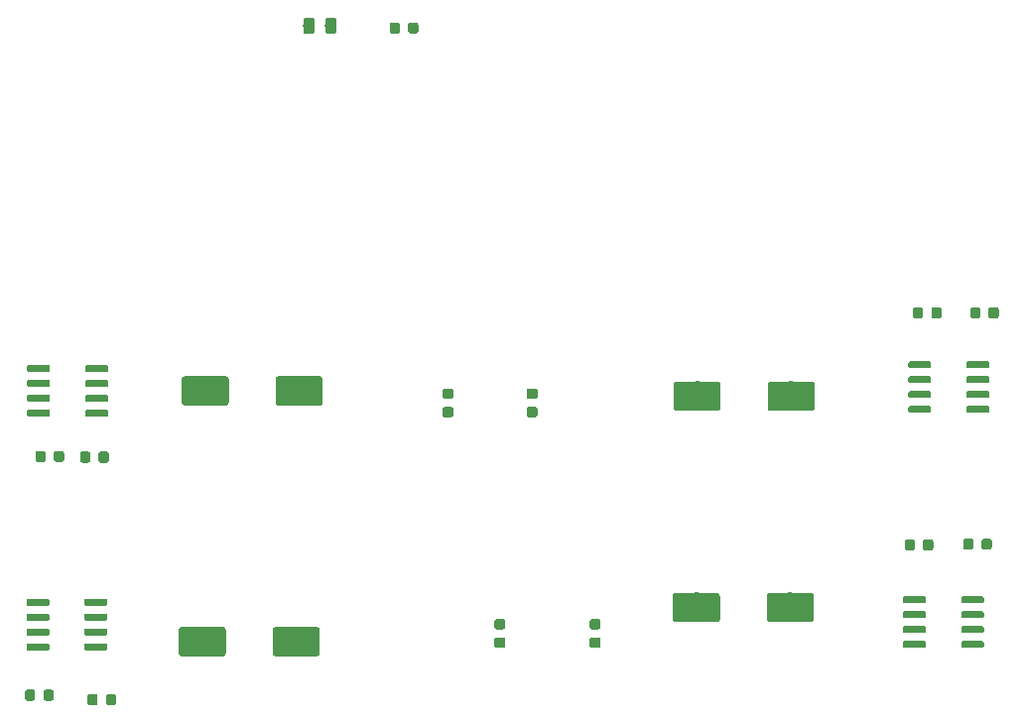
<source format=gbr>
G04 #@! TF.GenerationSoftware,KiCad,Pcbnew,(5.1.2-1)-1*
G04 #@! TF.CreationDate,2021-03-06T08:10:20-07:00*
G04 #@! TF.ProjectId,audio_quad_minimal,61756469-6f5f-4717-9561-645f6d696e69,rev?*
G04 #@! TF.SameCoordinates,Original*
G04 #@! TF.FileFunction,Paste,Top*
G04 #@! TF.FilePolarity,Positive*
%FSLAX46Y46*%
G04 Gerber Fmt 4.6, Leading zero omitted, Abs format (unit mm)*
G04 Created by KiCad (PCBNEW (5.1.2-1)-1) date 2021-03-06 08:10:20*
%MOMM*%
%LPD*%
G04 APERTURE LIST*
%ADD10C,0.100000*%
%ADD11C,0.600000*%
%ADD12C,0.875000*%
%ADD13C,0.975000*%
%ADD14C,2.500000*%
G04 APERTURE END LIST*
D10*
G36*
X147970703Y-103904222D02*
G01*
X147985264Y-103906382D01*
X147999543Y-103909959D01*
X148013403Y-103914918D01*
X148026710Y-103921212D01*
X148039336Y-103928780D01*
X148051159Y-103937548D01*
X148062066Y-103947434D01*
X148071952Y-103958341D01*
X148080720Y-103970164D01*
X148088288Y-103982790D01*
X148094582Y-103996097D01*
X148099541Y-104009957D01*
X148103118Y-104024236D01*
X148105278Y-104038797D01*
X148106000Y-104053500D01*
X148106000Y-104353500D01*
X148105278Y-104368203D01*
X148103118Y-104382764D01*
X148099541Y-104397043D01*
X148094582Y-104410903D01*
X148088288Y-104424210D01*
X148080720Y-104436836D01*
X148071952Y-104448659D01*
X148062066Y-104459566D01*
X148051159Y-104469452D01*
X148039336Y-104478220D01*
X148026710Y-104485788D01*
X148013403Y-104492082D01*
X147999543Y-104497041D01*
X147985264Y-104500618D01*
X147970703Y-104502778D01*
X147956000Y-104503500D01*
X146306000Y-104503500D01*
X146291297Y-104502778D01*
X146276736Y-104500618D01*
X146262457Y-104497041D01*
X146248597Y-104492082D01*
X146235290Y-104485788D01*
X146222664Y-104478220D01*
X146210841Y-104469452D01*
X146199934Y-104459566D01*
X146190048Y-104448659D01*
X146181280Y-104436836D01*
X146173712Y-104424210D01*
X146167418Y-104410903D01*
X146162459Y-104397043D01*
X146158882Y-104382764D01*
X146156722Y-104368203D01*
X146156000Y-104353500D01*
X146156000Y-104053500D01*
X146156722Y-104038797D01*
X146158882Y-104024236D01*
X146162459Y-104009957D01*
X146167418Y-103996097D01*
X146173712Y-103982790D01*
X146181280Y-103970164D01*
X146190048Y-103958341D01*
X146199934Y-103947434D01*
X146210841Y-103937548D01*
X146222664Y-103928780D01*
X146235290Y-103921212D01*
X146248597Y-103914918D01*
X146262457Y-103909959D01*
X146276736Y-103906382D01*
X146291297Y-103904222D01*
X146306000Y-103903500D01*
X147956000Y-103903500D01*
X147970703Y-103904222D01*
X147970703Y-103904222D01*
G37*
D11*
X147131000Y-104203500D03*
D10*
G36*
X147970703Y-102634222D02*
G01*
X147985264Y-102636382D01*
X147999543Y-102639959D01*
X148013403Y-102644918D01*
X148026710Y-102651212D01*
X148039336Y-102658780D01*
X148051159Y-102667548D01*
X148062066Y-102677434D01*
X148071952Y-102688341D01*
X148080720Y-102700164D01*
X148088288Y-102712790D01*
X148094582Y-102726097D01*
X148099541Y-102739957D01*
X148103118Y-102754236D01*
X148105278Y-102768797D01*
X148106000Y-102783500D01*
X148106000Y-103083500D01*
X148105278Y-103098203D01*
X148103118Y-103112764D01*
X148099541Y-103127043D01*
X148094582Y-103140903D01*
X148088288Y-103154210D01*
X148080720Y-103166836D01*
X148071952Y-103178659D01*
X148062066Y-103189566D01*
X148051159Y-103199452D01*
X148039336Y-103208220D01*
X148026710Y-103215788D01*
X148013403Y-103222082D01*
X147999543Y-103227041D01*
X147985264Y-103230618D01*
X147970703Y-103232778D01*
X147956000Y-103233500D01*
X146306000Y-103233500D01*
X146291297Y-103232778D01*
X146276736Y-103230618D01*
X146262457Y-103227041D01*
X146248597Y-103222082D01*
X146235290Y-103215788D01*
X146222664Y-103208220D01*
X146210841Y-103199452D01*
X146199934Y-103189566D01*
X146190048Y-103178659D01*
X146181280Y-103166836D01*
X146173712Y-103154210D01*
X146167418Y-103140903D01*
X146162459Y-103127043D01*
X146158882Y-103112764D01*
X146156722Y-103098203D01*
X146156000Y-103083500D01*
X146156000Y-102783500D01*
X146156722Y-102768797D01*
X146158882Y-102754236D01*
X146162459Y-102739957D01*
X146167418Y-102726097D01*
X146173712Y-102712790D01*
X146181280Y-102700164D01*
X146190048Y-102688341D01*
X146199934Y-102677434D01*
X146210841Y-102667548D01*
X146222664Y-102658780D01*
X146235290Y-102651212D01*
X146248597Y-102644918D01*
X146262457Y-102639959D01*
X146276736Y-102636382D01*
X146291297Y-102634222D01*
X146306000Y-102633500D01*
X147956000Y-102633500D01*
X147970703Y-102634222D01*
X147970703Y-102634222D01*
G37*
D11*
X147131000Y-102933500D03*
D10*
G36*
X147970703Y-101364222D02*
G01*
X147985264Y-101366382D01*
X147999543Y-101369959D01*
X148013403Y-101374918D01*
X148026710Y-101381212D01*
X148039336Y-101388780D01*
X148051159Y-101397548D01*
X148062066Y-101407434D01*
X148071952Y-101418341D01*
X148080720Y-101430164D01*
X148088288Y-101442790D01*
X148094582Y-101456097D01*
X148099541Y-101469957D01*
X148103118Y-101484236D01*
X148105278Y-101498797D01*
X148106000Y-101513500D01*
X148106000Y-101813500D01*
X148105278Y-101828203D01*
X148103118Y-101842764D01*
X148099541Y-101857043D01*
X148094582Y-101870903D01*
X148088288Y-101884210D01*
X148080720Y-101896836D01*
X148071952Y-101908659D01*
X148062066Y-101919566D01*
X148051159Y-101929452D01*
X148039336Y-101938220D01*
X148026710Y-101945788D01*
X148013403Y-101952082D01*
X147999543Y-101957041D01*
X147985264Y-101960618D01*
X147970703Y-101962778D01*
X147956000Y-101963500D01*
X146306000Y-101963500D01*
X146291297Y-101962778D01*
X146276736Y-101960618D01*
X146262457Y-101957041D01*
X146248597Y-101952082D01*
X146235290Y-101945788D01*
X146222664Y-101938220D01*
X146210841Y-101929452D01*
X146199934Y-101919566D01*
X146190048Y-101908659D01*
X146181280Y-101896836D01*
X146173712Y-101884210D01*
X146167418Y-101870903D01*
X146162459Y-101857043D01*
X146158882Y-101842764D01*
X146156722Y-101828203D01*
X146156000Y-101813500D01*
X146156000Y-101513500D01*
X146156722Y-101498797D01*
X146158882Y-101484236D01*
X146162459Y-101469957D01*
X146167418Y-101456097D01*
X146173712Y-101442790D01*
X146181280Y-101430164D01*
X146190048Y-101418341D01*
X146199934Y-101407434D01*
X146210841Y-101397548D01*
X146222664Y-101388780D01*
X146235290Y-101381212D01*
X146248597Y-101374918D01*
X146262457Y-101369959D01*
X146276736Y-101366382D01*
X146291297Y-101364222D01*
X146306000Y-101363500D01*
X147956000Y-101363500D01*
X147970703Y-101364222D01*
X147970703Y-101364222D01*
G37*
D11*
X147131000Y-101663500D03*
D10*
G36*
X147970703Y-100094222D02*
G01*
X147985264Y-100096382D01*
X147999543Y-100099959D01*
X148013403Y-100104918D01*
X148026710Y-100111212D01*
X148039336Y-100118780D01*
X148051159Y-100127548D01*
X148062066Y-100137434D01*
X148071952Y-100148341D01*
X148080720Y-100160164D01*
X148088288Y-100172790D01*
X148094582Y-100186097D01*
X148099541Y-100199957D01*
X148103118Y-100214236D01*
X148105278Y-100228797D01*
X148106000Y-100243500D01*
X148106000Y-100543500D01*
X148105278Y-100558203D01*
X148103118Y-100572764D01*
X148099541Y-100587043D01*
X148094582Y-100600903D01*
X148088288Y-100614210D01*
X148080720Y-100626836D01*
X148071952Y-100638659D01*
X148062066Y-100649566D01*
X148051159Y-100659452D01*
X148039336Y-100668220D01*
X148026710Y-100675788D01*
X148013403Y-100682082D01*
X147999543Y-100687041D01*
X147985264Y-100690618D01*
X147970703Y-100692778D01*
X147956000Y-100693500D01*
X146306000Y-100693500D01*
X146291297Y-100692778D01*
X146276736Y-100690618D01*
X146262457Y-100687041D01*
X146248597Y-100682082D01*
X146235290Y-100675788D01*
X146222664Y-100668220D01*
X146210841Y-100659452D01*
X146199934Y-100649566D01*
X146190048Y-100638659D01*
X146181280Y-100626836D01*
X146173712Y-100614210D01*
X146167418Y-100600903D01*
X146162459Y-100587043D01*
X146158882Y-100572764D01*
X146156722Y-100558203D01*
X146156000Y-100543500D01*
X146156000Y-100243500D01*
X146156722Y-100228797D01*
X146158882Y-100214236D01*
X146162459Y-100199957D01*
X146167418Y-100186097D01*
X146173712Y-100172790D01*
X146181280Y-100160164D01*
X146190048Y-100148341D01*
X146199934Y-100137434D01*
X146210841Y-100127548D01*
X146222664Y-100118780D01*
X146235290Y-100111212D01*
X146248597Y-100104918D01*
X146262457Y-100099959D01*
X146276736Y-100096382D01*
X146291297Y-100094222D01*
X146306000Y-100093500D01*
X147956000Y-100093500D01*
X147970703Y-100094222D01*
X147970703Y-100094222D01*
G37*
D11*
X147131000Y-100393500D03*
D10*
G36*
X152920703Y-100094222D02*
G01*
X152935264Y-100096382D01*
X152949543Y-100099959D01*
X152963403Y-100104918D01*
X152976710Y-100111212D01*
X152989336Y-100118780D01*
X153001159Y-100127548D01*
X153012066Y-100137434D01*
X153021952Y-100148341D01*
X153030720Y-100160164D01*
X153038288Y-100172790D01*
X153044582Y-100186097D01*
X153049541Y-100199957D01*
X153053118Y-100214236D01*
X153055278Y-100228797D01*
X153056000Y-100243500D01*
X153056000Y-100543500D01*
X153055278Y-100558203D01*
X153053118Y-100572764D01*
X153049541Y-100587043D01*
X153044582Y-100600903D01*
X153038288Y-100614210D01*
X153030720Y-100626836D01*
X153021952Y-100638659D01*
X153012066Y-100649566D01*
X153001159Y-100659452D01*
X152989336Y-100668220D01*
X152976710Y-100675788D01*
X152963403Y-100682082D01*
X152949543Y-100687041D01*
X152935264Y-100690618D01*
X152920703Y-100692778D01*
X152906000Y-100693500D01*
X151256000Y-100693500D01*
X151241297Y-100692778D01*
X151226736Y-100690618D01*
X151212457Y-100687041D01*
X151198597Y-100682082D01*
X151185290Y-100675788D01*
X151172664Y-100668220D01*
X151160841Y-100659452D01*
X151149934Y-100649566D01*
X151140048Y-100638659D01*
X151131280Y-100626836D01*
X151123712Y-100614210D01*
X151117418Y-100600903D01*
X151112459Y-100587043D01*
X151108882Y-100572764D01*
X151106722Y-100558203D01*
X151106000Y-100543500D01*
X151106000Y-100243500D01*
X151106722Y-100228797D01*
X151108882Y-100214236D01*
X151112459Y-100199957D01*
X151117418Y-100186097D01*
X151123712Y-100172790D01*
X151131280Y-100160164D01*
X151140048Y-100148341D01*
X151149934Y-100137434D01*
X151160841Y-100127548D01*
X151172664Y-100118780D01*
X151185290Y-100111212D01*
X151198597Y-100104918D01*
X151212457Y-100099959D01*
X151226736Y-100096382D01*
X151241297Y-100094222D01*
X151256000Y-100093500D01*
X152906000Y-100093500D01*
X152920703Y-100094222D01*
X152920703Y-100094222D01*
G37*
D11*
X152081000Y-100393500D03*
D10*
G36*
X152920703Y-101364222D02*
G01*
X152935264Y-101366382D01*
X152949543Y-101369959D01*
X152963403Y-101374918D01*
X152976710Y-101381212D01*
X152989336Y-101388780D01*
X153001159Y-101397548D01*
X153012066Y-101407434D01*
X153021952Y-101418341D01*
X153030720Y-101430164D01*
X153038288Y-101442790D01*
X153044582Y-101456097D01*
X153049541Y-101469957D01*
X153053118Y-101484236D01*
X153055278Y-101498797D01*
X153056000Y-101513500D01*
X153056000Y-101813500D01*
X153055278Y-101828203D01*
X153053118Y-101842764D01*
X153049541Y-101857043D01*
X153044582Y-101870903D01*
X153038288Y-101884210D01*
X153030720Y-101896836D01*
X153021952Y-101908659D01*
X153012066Y-101919566D01*
X153001159Y-101929452D01*
X152989336Y-101938220D01*
X152976710Y-101945788D01*
X152963403Y-101952082D01*
X152949543Y-101957041D01*
X152935264Y-101960618D01*
X152920703Y-101962778D01*
X152906000Y-101963500D01*
X151256000Y-101963500D01*
X151241297Y-101962778D01*
X151226736Y-101960618D01*
X151212457Y-101957041D01*
X151198597Y-101952082D01*
X151185290Y-101945788D01*
X151172664Y-101938220D01*
X151160841Y-101929452D01*
X151149934Y-101919566D01*
X151140048Y-101908659D01*
X151131280Y-101896836D01*
X151123712Y-101884210D01*
X151117418Y-101870903D01*
X151112459Y-101857043D01*
X151108882Y-101842764D01*
X151106722Y-101828203D01*
X151106000Y-101813500D01*
X151106000Y-101513500D01*
X151106722Y-101498797D01*
X151108882Y-101484236D01*
X151112459Y-101469957D01*
X151117418Y-101456097D01*
X151123712Y-101442790D01*
X151131280Y-101430164D01*
X151140048Y-101418341D01*
X151149934Y-101407434D01*
X151160841Y-101397548D01*
X151172664Y-101388780D01*
X151185290Y-101381212D01*
X151198597Y-101374918D01*
X151212457Y-101369959D01*
X151226736Y-101366382D01*
X151241297Y-101364222D01*
X151256000Y-101363500D01*
X152906000Y-101363500D01*
X152920703Y-101364222D01*
X152920703Y-101364222D01*
G37*
D11*
X152081000Y-101663500D03*
D10*
G36*
X152920703Y-102634222D02*
G01*
X152935264Y-102636382D01*
X152949543Y-102639959D01*
X152963403Y-102644918D01*
X152976710Y-102651212D01*
X152989336Y-102658780D01*
X153001159Y-102667548D01*
X153012066Y-102677434D01*
X153021952Y-102688341D01*
X153030720Y-102700164D01*
X153038288Y-102712790D01*
X153044582Y-102726097D01*
X153049541Y-102739957D01*
X153053118Y-102754236D01*
X153055278Y-102768797D01*
X153056000Y-102783500D01*
X153056000Y-103083500D01*
X153055278Y-103098203D01*
X153053118Y-103112764D01*
X153049541Y-103127043D01*
X153044582Y-103140903D01*
X153038288Y-103154210D01*
X153030720Y-103166836D01*
X153021952Y-103178659D01*
X153012066Y-103189566D01*
X153001159Y-103199452D01*
X152989336Y-103208220D01*
X152976710Y-103215788D01*
X152963403Y-103222082D01*
X152949543Y-103227041D01*
X152935264Y-103230618D01*
X152920703Y-103232778D01*
X152906000Y-103233500D01*
X151256000Y-103233500D01*
X151241297Y-103232778D01*
X151226736Y-103230618D01*
X151212457Y-103227041D01*
X151198597Y-103222082D01*
X151185290Y-103215788D01*
X151172664Y-103208220D01*
X151160841Y-103199452D01*
X151149934Y-103189566D01*
X151140048Y-103178659D01*
X151131280Y-103166836D01*
X151123712Y-103154210D01*
X151117418Y-103140903D01*
X151112459Y-103127043D01*
X151108882Y-103112764D01*
X151106722Y-103098203D01*
X151106000Y-103083500D01*
X151106000Y-102783500D01*
X151106722Y-102768797D01*
X151108882Y-102754236D01*
X151112459Y-102739957D01*
X151117418Y-102726097D01*
X151123712Y-102712790D01*
X151131280Y-102700164D01*
X151140048Y-102688341D01*
X151149934Y-102677434D01*
X151160841Y-102667548D01*
X151172664Y-102658780D01*
X151185290Y-102651212D01*
X151198597Y-102644918D01*
X151212457Y-102639959D01*
X151226736Y-102636382D01*
X151241297Y-102634222D01*
X151256000Y-102633500D01*
X152906000Y-102633500D01*
X152920703Y-102634222D01*
X152920703Y-102634222D01*
G37*
D11*
X152081000Y-102933500D03*
D10*
G36*
X152920703Y-103904222D02*
G01*
X152935264Y-103906382D01*
X152949543Y-103909959D01*
X152963403Y-103914918D01*
X152976710Y-103921212D01*
X152989336Y-103928780D01*
X153001159Y-103937548D01*
X153012066Y-103947434D01*
X153021952Y-103958341D01*
X153030720Y-103970164D01*
X153038288Y-103982790D01*
X153044582Y-103996097D01*
X153049541Y-104009957D01*
X153053118Y-104024236D01*
X153055278Y-104038797D01*
X153056000Y-104053500D01*
X153056000Y-104353500D01*
X153055278Y-104368203D01*
X153053118Y-104382764D01*
X153049541Y-104397043D01*
X153044582Y-104410903D01*
X153038288Y-104424210D01*
X153030720Y-104436836D01*
X153021952Y-104448659D01*
X153012066Y-104459566D01*
X153001159Y-104469452D01*
X152989336Y-104478220D01*
X152976710Y-104485788D01*
X152963403Y-104492082D01*
X152949543Y-104497041D01*
X152935264Y-104500618D01*
X152920703Y-104502778D01*
X152906000Y-104503500D01*
X151256000Y-104503500D01*
X151241297Y-104502778D01*
X151226736Y-104500618D01*
X151212457Y-104497041D01*
X151198597Y-104492082D01*
X151185290Y-104485788D01*
X151172664Y-104478220D01*
X151160841Y-104469452D01*
X151149934Y-104459566D01*
X151140048Y-104448659D01*
X151131280Y-104436836D01*
X151123712Y-104424210D01*
X151117418Y-104410903D01*
X151112459Y-104397043D01*
X151108882Y-104382764D01*
X151106722Y-104368203D01*
X151106000Y-104353500D01*
X151106000Y-104053500D01*
X151106722Y-104038797D01*
X151108882Y-104024236D01*
X151112459Y-104009957D01*
X151117418Y-103996097D01*
X151123712Y-103982790D01*
X151131280Y-103970164D01*
X151140048Y-103958341D01*
X151149934Y-103947434D01*
X151160841Y-103937548D01*
X151172664Y-103928780D01*
X151185290Y-103921212D01*
X151198597Y-103914918D01*
X151212457Y-103909959D01*
X151226736Y-103906382D01*
X151241297Y-103904222D01*
X151256000Y-103903500D01*
X152906000Y-103903500D01*
X152920703Y-103904222D01*
X152920703Y-103904222D01*
G37*
D11*
X152081000Y-104203500D03*
D10*
G36*
X78117703Y-100284722D02*
G01*
X78132264Y-100286882D01*
X78146543Y-100290459D01*
X78160403Y-100295418D01*
X78173710Y-100301712D01*
X78186336Y-100309280D01*
X78198159Y-100318048D01*
X78209066Y-100327934D01*
X78218952Y-100338841D01*
X78227720Y-100350664D01*
X78235288Y-100363290D01*
X78241582Y-100376597D01*
X78246541Y-100390457D01*
X78250118Y-100404736D01*
X78252278Y-100419297D01*
X78253000Y-100434000D01*
X78253000Y-100734000D01*
X78252278Y-100748703D01*
X78250118Y-100763264D01*
X78246541Y-100777543D01*
X78241582Y-100791403D01*
X78235288Y-100804710D01*
X78227720Y-100817336D01*
X78218952Y-100829159D01*
X78209066Y-100840066D01*
X78198159Y-100849952D01*
X78186336Y-100858720D01*
X78173710Y-100866288D01*
X78160403Y-100872582D01*
X78146543Y-100877541D01*
X78132264Y-100881118D01*
X78117703Y-100883278D01*
X78103000Y-100884000D01*
X76453000Y-100884000D01*
X76438297Y-100883278D01*
X76423736Y-100881118D01*
X76409457Y-100877541D01*
X76395597Y-100872582D01*
X76382290Y-100866288D01*
X76369664Y-100858720D01*
X76357841Y-100849952D01*
X76346934Y-100840066D01*
X76337048Y-100829159D01*
X76328280Y-100817336D01*
X76320712Y-100804710D01*
X76314418Y-100791403D01*
X76309459Y-100777543D01*
X76305882Y-100763264D01*
X76303722Y-100748703D01*
X76303000Y-100734000D01*
X76303000Y-100434000D01*
X76303722Y-100419297D01*
X76305882Y-100404736D01*
X76309459Y-100390457D01*
X76314418Y-100376597D01*
X76320712Y-100363290D01*
X76328280Y-100350664D01*
X76337048Y-100338841D01*
X76346934Y-100327934D01*
X76357841Y-100318048D01*
X76369664Y-100309280D01*
X76382290Y-100301712D01*
X76395597Y-100295418D01*
X76409457Y-100290459D01*
X76423736Y-100286882D01*
X76438297Y-100284722D01*
X76453000Y-100284000D01*
X78103000Y-100284000D01*
X78117703Y-100284722D01*
X78117703Y-100284722D01*
G37*
D11*
X77278000Y-100584000D03*
D10*
G36*
X78117703Y-101554722D02*
G01*
X78132264Y-101556882D01*
X78146543Y-101560459D01*
X78160403Y-101565418D01*
X78173710Y-101571712D01*
X78186336Y-101579280D01*
X78198159Y-101588048D01*
X78209066Y-101597934D01*
X78218952Y-101608841D01*
X78227720Y-101620664D01*
X78235288Y-101633290D01*
X78241582Y-101646597D01*
X78246541Y-101660457D01*
X78250118Y-101674736D01*
X78252278Y-101689297D01*
X78253000Y-101704000D01*
X78253000Y-102004000D01*
X78252278Y-102018703D01*
X78250118Y-102033264D01*
X78246541Y-102047543D01*
X78241582Y-102061403D01*
X78235288Y-102074710D01*
X78227720Y-102087336D01*
X78218952Y-102099159D01*
X78209066Y-102110066D01*
X78198159Y-102119952D01*
X78186336Y-102128720D01*
X78173710Y-102136288D01*
X78160403Y-102142582D01*
X78146543Y-102147541D01*
X78132264Y-102151118D01*
X78117703Y-102153278D01*
X78103000Y-102154000D01*
X76453000Y-102154000D01*
X76438297Y-102153278D01*
X76423736Y-102151118D01*
X76409457Y-102147541D01*
X76395597Y-102142582D01*
X76382290Y-102136288D01*
X76369664Y-102128720D01*
X76357841Y-102119952D01*
X76346934Y-102110066D01*
X76337048Y-102099159D01*
X76328280Y-102087336D01*
X76320712Y-102074710D01*
X76314418Y-102061403D01*
X76309459Y-102047543D01*
X76305882Y-102033264D01*
X76303722Y-102018703D01*
X76303000Y-102004000D01*
X76303000Y-101704000D01*
X76303722Y-101689297D01*
X76305882Y-101674736D01*
X76309459Y-101660457D01*
X76314418Y-101646597D01*
X76320712Y-101633290D01*
X76328280Y-101620664D01*
X76337048Y-101608841D01*
X76346934Y-101597934D01*
X76357841Y-101588048D01*
X76369664Y-101579280D01*
X76382290Y-101571712D01*
X76395597Y-101565418D01*
X76409457Y-101560459D01*
X76423736Y-101556882D01*
X76438297Y-101554722D01*
X76453000Y-101554000D01*
X78103000Y-101554000D01*
X78117703Y-101554722D01*
X78117703Y-101554722D01*
G37*
D11*
X77278000Y-101854000D03*
D10*
G36*
X78117703Y-102824722D02*
G01*
X78132264Y-102826882D01*
X78146543Y-102830459D01*
X78160403Y-102835418D01*
X78173710Y-102841712D01*
X78186336Y-102849280D01*
X78198159Y-102858048D01*
X78209066Y-102867934D01*
X78218952Y-102878841D01*
X78227720Y-102890664D01*
X78235288Y-102903290D01*
X78241582Y-102916597D01*
X78246541Y-102930457D01*
X78250118Y-102944736D01*
X78252278Y-102959297D01*
X78253000Y-102974000D01*
X78253000Y-103274000D01*
X78252278Y-103288703D01*
X78250118Y-103303264D01*
X78246541Y-103317543D01*
X78241582Y-103331403D01*
X78235288Y-103344710D01*
X78227720Y-103357336D01*
X78218952Y-103369159D01*
X78209066Y-103380066D01*
X78198159Y-103389952D01*
X78186336Y-103398720D01*
X78173710Y-103406288D01*
X78160403Y-103412582D01*
X78146543Y-103417541D01*
X78132264Y-103421118D01*
X78117703Y-103423278D01*
X78103000Y-103424000D01*
X76453000Y-103424000D01*
X76438297Y-103423278D01*
X76423736Y-103421118D01*
X76409457Y-103417541D01*
X76395597Y-103412582D01*
X76382290Y-103406288D01*
X76369664Y-103398720D01*
X76357841Y-103389952D01*
X76346934Y-103380066D01*
X76337048Y-103369159D01*
X76328280Y-103357336D01*
X76320712Y-103344710D01*
X76314418Y-103331403D01*
X76309459Y-103317543D01*
X76305882Y-103303264D01*
X76303722Y-103288703D01*
X76303000Y-103274000D01*
X76303000Y-102974000D01*
X76303722Y-102959297D01*
X76305882Y-102944736D01*
X76309459Y-102930457D01*
X76314418Y-102916597D01*
X76320712Y-102903290D01*
X76328280Y-102890664D01*
X76337048Y-102878841D01*
X76346934Y-102867934D01*
X76357841Y-102858048D01*
X76369664Y-102849280D01*
X76382290Y-102841712D01*
X76395597Y-102835418D01*
X76409457Y-102830459D01*
X76423736Y-102826882D01*
X76438297Y-102824722D01*
X76453000Y-102824000D01*
X78103000Y-102824000D01*
X78117703Y-102824722D01*
X78117703Y-102824722D01*
G37*
D11*
X77278000Y-103124000D03*
D10*
G36*
X78117703Y-104094722D02*
G01*
X78132264Y-104096882D01*
X78146543Y-104100459D01*
X78160403Y-104105418D01*
X78173710Y-104111712D01*
X78186336Y-104119280D01*
X78198159Y-104128048D01*
X78209066Y-104137934D01*
X78218952Y-104148841D01*
X78227720Y-104160664D01*
X78235288Y-104173290D01*
X78241582Y-104186597D01*
X78246541Y-104200457D01*
X78250118Y-104214736D01*
X78252278Y-104229297D01*
X78253000Y-104244000D01*
X78253000Y-104544000D01*
X78252278Y-104558703D01*
X78250118Y-104573264D01*
X78246541Y-104587543D01*
X78241582Y-104601403D01*
X78235288Y-104614710D01*
X78227720Y-104627336D01*
X78218952Y-104639159D01*
X78209066Y-104650066D01*
X78198159Y-104659952D01*
X78186336Y-104668720D01*
X78173710Y-104676288D01*
X78160403Y-104682582D01*
X78146543Y-104687541D01*
X78132264Y-104691118D01*
X78117703Y-104693278D01*
X78103000Y-104694000D01*
X76453000Y-104694000D01*
X76438297Y-104693278D01*
X76423736Y-104691118D01*
X76409457Y-104687541D01*
X76395597Y-104682582D01*
X76382290Y-104676288D01*
X76369664Y-104668720D01*
X76357841Y-104659952D01*
X76346934Y-104650066D01*
X76337048Y-104639159D01*
X76328280Y-104627336D01*
X76320712Y-104614710D01*
X76314418Y-104601403D01*
X76309459Y-104587543D01*
X76305882Y-104573264D01*
X76303722Y-104558703D01*
X76303000Y-104544000D01*
X76303000Y-104244000D01*
X76303722Y-104229297D01*
X76305882Y-104214736D01*
X76309459Y-104200457D01*
X76314418Y-104186597D01*
X76320712Y-104173290D01*
X76328280Y-104160664D01*
X76337048Y-104148841D01*
X76346934Y-104137934D01*
X76357841Y-104128048D01*
X76369664Y-104119280D01*
X76382290Y-104111712D01*
X76395597Y-104105418D01*
X76409457Y-104100459D01*
X76423736Y-104096882D01*
X76438297Y-104094722D01*
X76453000Y-104094000D01*
X78103000Y-104094000D01*
X78117703Y-104094722D01*
X78117703Y-104094722D01*
G37*
D11*
X77278000Y-104394000D03*
D10*
G36*
X73167703Y-104094722D02*
G01*
X73182264Y-104096882D01*
X73196543Y-104100459D01*
X73210403Y-104105418D01*
X73223710Y-104111712D01*
X73236336Y-104119280D01*
X73248159Y-104128048D01*
X73259066Y-104137934D01*
X73268952Y-104148841D01*
X73277720Y-104160664D01*
X73285288Y-104173290D01*
X73291582Y-104186597D01*
X73296541Y-104200457D01*
X73300118Y-104214736D01*
X73302278Y-104229297D01*
X73303000Y-104244000D01*
X73303000Y-104544000D01*
X73302278Y-104558703D01*
X73300118Y-104573264D01*
X73296541Y-104587543D01*
X73291582Y-104601403D01*
X73285288Y-104614710D01*
X73277720Y-104627336D01*
X73268952Y-104639159D01*
X73259066Y-104650066D01*
X73248159Y-104659952D01*
X73236336Y-104668720D01*
X73223710Y-104676288D01*
X73210403Y-104682582D01*
X73196543Y-104687541D01*
X73182264Y-104691118D01*
X73167703Y-104693278D01*
X73153000Y-104694000D01*
X71503000Y-104694000D01*
X71488297Y-104693278D01*
X71473736Y-104691118D01*
X71459457Y-104687541D01*
X71445597Y-104682582D01*
X71432290Y-104676288D01*
X71419664Y-104668720D01*
X71407841Y-104659952D01*
X71396934Y-104650066D01*
X71387048Y-104639159D01*
X71378280Y-104627336D01*
X71370712Y-104614710D01*
X71364418Y-104601403D01*
X71359459Y-104587543D01*
X71355882Y-104573264D01*
X71353722Y-104558703D01*
X71353000Y-104544000D01*
X71353000Y-104244000D01*
X71353722Y-104229297D01*
X71355882Y-104214736D01*
X71359459Y-104200457D01*
X71364418Y-104186597D01*
X71370712Y-104173290D01*
X71378280Y-104160664D01*
X71387048Y-104148841D01*
X71396934Y-104137934D01*
X71407841Y-104128048D01*
X71419664Y-104119280D01*
X71432290Y-104111712D01*
X71445597Y-104105418D01*
X71459457Y-104100459D01*
X71473736Y-104096882D01*
X71488297Y-104094722D01*
X71503000Y-104094000D01*
X73153000Y-104094000D01*
X73167703Y-104094722D01*
X73167703Y-104094722D01*
G37*
D11*
X72328000Y-104394000D03*
D10*
G36*
X73167703Y-102824722D02*
G01*
X73182264Y-102826882D01*
X73196543Y-102830459D01*
X73210403Y-102835418D01*
X73223710Y-102841712D01*
X73236336Y-102849280D01*
X73248159Y-102858048D01*
X73259066Y-102867934D01*
X73268952Y-102878841D01*
X73277720Y-102890664D01*
X73285288Y-102903290D01*
X73291582Y-102916597D01*
X73296541Y-102930457D01*
X73300118Y-102944736D01*
X73302278Y-102959297D01*
X73303000Y-102974000D01*
X73303000Y-103274000D01*
X73302278Y-103288703D01*
X73300118Y-103303264D01*
X73296541Y-103317543D01*
X73291582Y-103331403D01*
X73285288Y-103344710D01*
X73277720Y-103357336D01*
X73268952Y-103369159D01*
X73259066Y-103380066D01*
X73248159Y-103389952D01*
X73236336Y-103398720D01*
X73223710Y-103406288D01*
X73210403Y-103412582D01*
X73196543Y-103417541D01*
X73182264Y-103421118D01*
X73167703Y-103423278D01*
X73153000Y-103424000D01*
X71503000Y-103424000D01*
X71488297Y-103423278D01*
X71473736Y-103421118D01*
X71459457Y-103417541D01*
X71445597Y-103412582D01*
X71432290Y-103406288D01*
X71419664Y-103398720D01*
X71407841Y-103389952D01*
X71396934Y-103380066D01*
X71387048Y-103369159D01*
X71378280Y-103357336D01*
X71370712Y-103344710D01*
X71364418Y-103331403D01*
X71359459Y-103317543D01*
X71355882Y-103303264D01*
X71353722Y-103288703D01*
X71353000Y-103274000D01*
X71353000Y-102974000D01*
X71353722Y-102959297D01*
X71355882Y-102944736D01*
X71359459Y-102930457D01*
X71364418Y-102916597D01*
X71370712Y-102903290D01*
X71378280Y-102890664D01*
X71387048Y-102878841D01*
X71396934Y-102867934D01*
X71407841Y-102858048D01*
X71419664Y-102849280D01*
X71432290Y-102841712D01*
X71445597Y-102835418D01*
X71459457Y-102830459D01*
X71473736Y-102826882D01*
X71488297Y-102824722D01*
X71503000Y-102824000D01*
X73153000Y-102824000D01*
X73167703Y-102824722D01*
X73167703Y-102824722D01*
G37*
D11*
X72328000Y-103124000D03*
D10*
G36*
X73167703Y-101554722D02*
G01*
X73182264Y-101556882D01*
X73196543Y-101560459D01*
X73210403Y-101565418D01*
X73223710Y-101571712D01*
X73236336Y-101579280D01*
X73248159Y-101588048D01*
X73259066Y-101597934D01*
X73268952Y-101608841D01*
X73277720Y-101620664D01*
X73285288Y-101633290D01*
X73291582Y-101646597D01*
X73296541Y-101660457D01*
X73300118Y-101674736D01*
X73302278Y-101689297D01*
X73303000Y-101704000D01*
X73303000Y-102004000D01*
X73302278Y-102018703D01*
X73300118Y-102033264D01*
X73296541Y-102047543D01*
X73291582Y-102061403D01*
X73285288Y-102074710D01*
X73277720Y-102087336D01*
X73268952Y-102099159D01*
X73259066Y-102110066D01*
X73248159Y-102119952D01*
X73236336Y-102128720D01*
X73223710Y-102136288D01*
X73210403Y-102142582D01*
X73196543Y-102147541D01*
X73182264Y-102151118D01*
X73167703Y-102153278D01*
X73153000Y-102154000D01*
X71503000Y-102154000D01*
X71488297Y-102153278D01*
X71473736Y-102151118D01*
X71459457Y-102147541D01*
X71445597Y-102142582D01*
X71432290Y-102136288D01*
X71419664Y-102128720D01*
X71407841Y-102119952D01*
X71396934Y-102110066D01*
X71387048Y-102099159D01*
X71378280Y-102087336D01*
X71370712Y-102074710D01*
X71364418Y-102061403D01*
X71359459Y-102047543D01*
X71355882Y-102033264D01*
X71353722Y-102018703D01*
X71353000Y-102004000D01*
X71353000Y-101704000D01*
X71353722Y-101689297D01*
X71355882Y-101674736D01*
X71359459Y-101660457D01*
X71364418Y-101646597D01*
X71370712Y-101633290D01*
X71378280Y-101620664D01*
X71387048Y-101608841D01*
X71396934Y-101597934D01*
X71407841Y-101588048D01*
X71419664Y-101579280D01*
X71432290Y-101571712D01*
X71445597Y-101565418D01*
X71459457Y-101560459D01*
X71473736Y-101556882D01*
X71488297Y-101554722D01*
X71503000Y-101554000D01*
X73153000Y-101554000D01*
X73167703Y-101554722D01*
X73167703Y-101554722D01*
G37*
D11*
X72328000Y-101854000D03*
D10*
G36*
X73167703Y-100284722D02*
G01*
X73182264Y-100286882D01*
X73196543Y-100290459D01*
X73210403Y-100295418D01*
X73223710Y-100301712D01*
X73236336Y-100309280D01*
X73248159Y-100318048D01*
X73259066Y-100327934D01*
X73268952Y-100338841D01*
X73277720Y-100350664D01*
X73285288Y-100363290D01*
X73291582Y-100376597D01*
X73296541Y-100390457D01*
X73300118Y-100404736D01*
X73302278Y-100419297D01*
X73303000Y-100434000D01*
X73303000Y-100734000D01*
X73302278Y-100748703D01*
X73300118Y-100763264D01*
X73296541Y-100777543D01*
X73291582Y-100791403D01*
X73285288Y-100804710D01*
X73277720Y-100817336D01*
X73268952Y-100829159D01*
X73259066Y-100840066D01*
X73248159Y-100849952D01*
X73236336Y-100858720D01*
X73223710Y-100866288D01*
X73210403Y-100872582D01*
X73196543Y-100877541D01*
X73182264Y-100881118D01*
X73167703Y-100883278D01*
X73153000Y-100884000D01*
X71503000Y-100884000D01*
X71488297Y-100883278D01*
X71473736Y-100881118D01*
X71459457Y-100877541D01*
X71445597Y-100872582D01*
X71432290Y-100866288D01*
X71419664Y-100858720D01*
X71407841Y-100849952D01*
X71396934Y-100840066D01*
X71387048Y-100829159D01*
X71378280Y-100817336D01*
X71370712Y-100804710D01*
X71364418Y-100791403D01*
X71359459Y-100777543D01*
X71355882Y-100763264D01*
X71353722Y-100748703D01*
X71353000Y-100734000D01*
X71353000Y-100434000D01*
X71353722Y-100419297D01*
X71355882Y-100404736D01*
X71359459Y-100390457D01*
X71364418Y-100376597D01*
X71370712Y-100363290D01*
X71378280Y-100350664D01*
X71387048Y-100338841D01*
X71396934Y-100327934D01*
X71407841Y-100318048D01*
X71419664Y-100309280D01*
X71432290Y-100301712D01*
X71445597Y-100295418D01*
X71459457Y-100290459D01*
X71473736Y-100286882D01*
X71488297Y-100284722D01*
X71503000Y-100284000D01*
X73153000Y-100284000D01*
X73167703Y-100284722D01*
X73167703Y-100284722D01*
G37*
D11*
X72328000Y-100584000D03*
D10*
G36*
X148415203Y-83838222D02*
G01*
X148429764Y-83840382D01*
X148444043Y-83843959D01*
X148457903Y-83848918D01*
X148471210Y-83855212D01*
X148483836Y-83862780D01*
X148495659Y-83871548D01*
X148506566Y-83881434D01*
X148516452Y-83892341D01*
X148525220Y-83904164D01*
X148532788Y-83916790D01*
X148539082Y-83930097D01*
X148544041Y-83943957D01*
X148547618Y-83958236D01*
X148549778Y-83972797D01*
X148550500Y-83987500D01*
X148550500Y-84287500D01*
X148549778Y-84302203D01*
X148547618Y-84316764D01*
X148544041Y-84331043D01*
X148539082Y-84344903D01*
X148532788Y-84358210D01*
X148525220Y-84370836D01*
X148516452Y-84382659D01*
X148506566Y-84393566D01*
X148495659Y-84403452D01*
X148483836Y-84412220D01*
X148471210Y-84419788D01*
X148457903Y-84426082D01*
X148444043Y-84431041D01*
X148429764Y-84434618D01*
X148415203Y-84436778D01*
X148400500Y-84437500D01*
X146750500Y-84437500D01*
X146735797Y-84436778D01*
X146721236Y-84434618D01*
X146706957Y-84431041D01*
X146693097Y-84426082D01*
X146679790Y-84419788D01*
X146667164Y-84412220D01*
X146655341Y-84403452D01*
X146644434Y-84393566D01*
X146634548Y-84382659D01*
X146625780Y-84370836D01*
X146618212Y-84358210D01*
X146611918Y-84344903D01*
X146606959Y-84331043D01*
X146603382Y-84316764D01*
X146601222Y-84302203D01*
X146600500Y-84287500D01*
X146600500Y-83987500D01*
X146601222Y-83972797D01*
X146603382Y-83958236D01*
X146606959Y-83943957D01*
X146611918Y-83930097D01*
X146618212Y-83916790D01*
X146625780Y-83904164D01*
X146634548Y-83892341D01*
X146644434Y-83881434D01*
X146655341Y-83871548D01*
X146667164Y-83862780D01*
X146679790Y-83855212D01*
X146693097Y-83848918D01*
X146706957Y-83843959D01*
X146721236Y-83840382D01*
X146735797Y-83838222D01*
X146750500Y-83837500D01*
X148400500Y-83837500D01*
X148415203Y-83838222D01*
X148415203Y-83838222D01*
G37*
D11*
X147575500Y-84137500D03*
D10*
G36*
X148415203Y-82568222D02*
G01*
X148429764Y-82570382D01*
X148444043Y-82573959D01*
X148457903Y-82578918D01*
X148471210Y-82585212D01*
X148483836Y-82592780D01*
X148495659Y-82601548D01*
X148506566Y-82611434D01*
X148516452Y-82622341D01*
X148525220Y-82634164D01*
X148532788Y-82646790D01*
X148539082Y-82660097D01*
X148544041Y-82673957D01*
X148547618Y-82688236D01*
X148549778Y-82702797D01*
X148550500Y-82717500D01*
X148550500Y-83017500D01*
X148549778Y-83032203D01*
X148547618Y-83046764D01*
X148544041Y-83061043D01*
X148539082Y-83074903D01*
X148532788Y-83088210D01*
X148525220Y-83100836D01*
X148516452Y-83112659D01*
X148506566Y-83123566D01*
X148495659Y-83133452D01*
X148483836Y-83142220D01*
X148471210Y-83149788D01*
X148457903Y-83156082D01*
X148444043Y-83161041D01*
X148429764Y-83164618D01*
X148415203Y-83166778D01*
X148400500Y-83167500D01*
X146750500Y-83167500D01*
X146735797Y-83166778D01*
X146721236Y-83164618D01*
X146706957Y-83161041D01*
X146693097Y-83156082D01*
X146679790Y-83149788D01*
X146667164Y-83142220D01*
X146655341Y-83133452D01*
X146644434Y-83123566D01*
X146634548Y-83112659D01*
X146625780Y-83100836D01*
X146618212Y-83088210D01*
X146611918Y-83074903D01*
X146606959Y-83061043D01*
X146603382Y-83046764D01*
X146601222Y-83032203D01*
X146600500Y-83017500D01*
X146600500Y-82717500D01*
X146601222Y-82702797D01*
X146603382Y-82688236D01*
X146606959Y-82673957D01*
X146611918Y-82660097D01*
X146618212Y-82646790D01*
X146625780Y-82634164D01*
X146634548Y-82622341D01*
X146644434Y-82611434D01*
X146655341Y-82601548D01*
X146667164Y-82592780D01*
X146679790Y-82585212D01*
X146693097Y-82578918D01*
X146706957Y-82573959D01*
X146721236Y-82570382D01*
X146735797Y-82568222D01*
X146750500Y-82567500D01*
X148400500Y-82567500D01*
X148415203Y-82568222D01*
X148415203Y-82568222D01*
G37*
D11*
X147575500Y-82867500D03*
D10*
G36*
X148415203Y-81298222D02*
G01*
X148429764Y-81300382D01*
X148444043Y-81303959D01*
X148457903Y-81308918D01*
X148471210Y-81315212D01*
X148483836Y-81322780D01*
X148495659Y-81331548D01*
X148506566Y-81341434D01*
X148516452Y-81352341D01*
X148525220Y-81364164D01*
X148532788Y-81376790D01*
X148539082Y-81390097D01*
X148544041Y-81403957D01*
X148547618Y-81418236D01*
X148549778Y-81432797D01*
X148550500Y-81447500D01*
X148550500Y-81747500D01*
X148549778Y-81762203D01*
X148547618Y-81776764D01*
X148544041Y-81791043D01*
X148539082Y-81804903D01*
X148532788Y-81818210D01*
X148525220Y-81830836D01*
X148516452Y-81842659D01*
X148506566Y-81853566D01*
X148495659Y-81863452D01*
X148483836Y-81872220D01*
X148471210Y-81879788D01*
X148457903Y-81886082D01*
X148444043Y-81891041D01*
X148429764Y-81894618D01*
X148415203Y-81896778D01*
X148400500Y-81897500D01*
X146750500Y-81897500D01*
X146735797Y-81896778D01*
X146721236Y-81894618D01*
X146706957Y-81891041D01*
X146693097Y-81886082D01*
X146679790Y-81879788D01*
X146667164Y-81872220D01*
X146655341Y-81863452D01*
X146644434Y-81853566D01*
X146634548Y-81842659D01*
X146625780Y-81830836D01*
X146618212Y-81818210D01*
X146611918Y-81804903D01*
X146606959Y-81791043D01*
X146603382Y-81776764D01*
X146601222Y-81762203D01*
X146600500Y-81747500D01*
X146600500Y-81447500D01*
X146601222Y-81432797D01*
X146603382Y-81418236D01*
X146606959Y-81403957D01*
X146611918Y-81390097D01*
X146618212Y-81376790D01*
X146625780Y-81364164D01*
X146634548Y-81352341D01*
X146644434Y-81341434D01*
X146655341Y-81331548D01*
X146667164Y-81322780D01*
X146679790Y-81315212D01*
X146693097Y-81308918D01*
X146706957Y-81303959D01*
X146721236Y-81300382D01*
X146735797Y-81298222D01*
X146750500Y-81297500D01*
X148400500Y-81297500D01*
X148415203Y-81298222D01*
X148415203Y-81298222D01*
G37*
D11*
X147575500Y-81597500D03*
D10*
G36*
X148415203Y-80028222D02*
G01*
X148429764Y-80030382D01*
X148444043Y-80033959D01*
X148457903Y-80038918D01*
X148471210Y-80045212D01*
X148483836Y-80052780D01*
X148495659Y-80061548D01*
X148506566Y-80071434D01*
X148516452Y-80082341D01*
X148525220Y-80094164D01*
X148532788Y-80106790D01*
X148539082Y-80120097D01*
X148544041Y-80133957D01*
X148547618Y-80148236D01*
X148549778Y-80162797D01*
X148550500Y-80177500D01*
X148550500Y-80477500D01*
X148549778Y-80492203D01*
X148547618Y-80506764D01*
X148544041Y-80521043D01*
X148539082Y-80534903D01*
X148532788Y-80548210D01*
X148525220Y-80560836D01*
X148516452Y-80572659D01*
X148506566Y-80583566D01*
X148495659Y-80593452D01*
X148483836Y-80602220D01*
X148471210Y-80609788D01*
X148457903Y-80616082D01*
X148444043Y-80621041D01*
X148429764Y-80624618D01*
X148415203Y-80626778D01*
X148400500Y-80627500D01*
X146750500Y-80627500D01*
X146735797Y-80626778D01*
X146721236Y-80624618D01*
X146706957Y-80621041D01*
X146693097Y-80616082D01*
X146679790Y-80609788D01*
X146667164Y-80602220D01*
X146655341Y-80593452D01*
X146644434Y-80583566D01*
X146634548Y-80572659D01*
X146625780Y-80560836D01*
X146618212Y-80548210D01*
X146611918Y-80534903D01*
X146606959Y-80521043D01*
X146603382Y-80506764D01*
X146601222Y-80492203D01*
X146600500Y-80477500D01*
X146600500Y-80177500D01*
X146601222Y-80162797D01*
X146603382Y-80148236D01*
X146606959Y-80133957D01*
X146611918Y-80120097D01*
X146618212Y-80106790D01*
X146625780Y-80094164D01*
X146634548Y-80082341D01*
X146644434Y-80071434D01*
X146655341Y-80061548D01*
X146667164Y-80052780D01*
X146679790Y-80045212D01*
X146693097Y-80038918D01*
X146706957Y-80033959D01*
X146721236Y-80030382D01*
X146735797Y-80028222D01*
X146750500Y-80027500D01*
X148400500Y-80027500D01*
X148415203Y-80028222D01*
X148415203Y-80028222D01*
G37*
D11*
X147575500Y-80327500D03*
D10*
G36*
X153365203Y-80028222D02*
G01*
X153379764Y-80030382D01*
X153394043Y-80033959D01*
X153407903Y-80038918D01*
X153421210Y-80045212D01*
X153433836Y-80052780D01*
X153445659Y-80061548D01*
X153456566Y-80071434D01*
X153466452Y-80082341D01*
X153475220Y-80094164D01*
X153482788Y-80106790D01*
X153489082Y-80120097D01*
X153494041Y-80133957D01*
X153497618Y-80148236D01*
X153499778Y-80162797D01*
X153500500Y-80177500D01*
X153500500Y-80477500D01*
X153499778Y-80492203D01*
X153497618Y-80506764D01*
X153494041Y-80521043D01*
X153489082Y-80534903D01*
X153482788Y-80548210D01*
X153475220Y-80560836D01*
X153466452Y-80572659D01*
X153456566Y-80583566D01*
X153445659Y-80593452D01*
X153433836Y-80602220D01*
X153421210Y-80609788D01*
X153407903Y-80616082D01*
X153394043Y-80621041D01*
X153379764Y-80624618D01*
X153365203Y-80626778D01*
X153350500Y-80627500D01*
X151700500Y-80627500D01*
X151685797Y-80626778D01*
X151671236Y-80624618D01*
X151656957Y-80621041D01*
X151643097Y-80616082D01*
X151629790Y-80609788D01*
X151617164Y-80602220D01*
X151605341Y-80593452D01*
X151594434Y-80583566D01*
X151584548Y-80572659D01*
X151575780Y-80560836D01*
X151568212Y-80548210D01*
X151561918Y-80534903D01*
X151556959Y-80521043D01*
X151553382Y-80506764D01*
X151551222Y-80492203D01*
X151550500Y-80477500D01*
X151550500Y-80177500D01*
X151551222Y-80162797D01*
X151553382Y-80148236D01*
X151556959Y-80133957D01*
X151561918Y-80120097D01*
X151568212Y-80106790D01*
X151575780Y-80094164D01*
X151584548Y-80082341D01*
X151594434Y-80071434D01*
X151605341Y-80061548D01*
X151617164Y-80052780D01*
X151629790Y-80045212D01*
X151643097Y-80038918D01*
X151656957Y-80033959D01*
X151671236Y-80030382D01*
X151685797Y-80028222D01*
X151700500Y-80027500D01*
X153350500Y-80027500D01*
X153365203Y-80028222D01*
X153365203Y-80028222D01*
G37*
D11*
X152525500Y-80327500D03*
D10*
G36*
X153365203Y-81298222D02*
G01*
X153379764Y-81300382D01*
X153394043Y-81303959D01*
X153407903Y-81308918D01*
X153421210Y-81315212D01*
X153433836Y-81322780D01*
X153445659Y-81331548D01*
X153456566Y-81341434D01*
X153466452Y-81352341D01*
X153475220Y-81364164D01*
X153482788Y-81376790D01*
X153489082Y-81390097D01*
X153494041Y-81403957D01*
X153497618Y-81418236D01*
X153499778Y-81432797D01*
X153500500Y-81447500D01*
X153500500Y-81747500D01*
X153499778Y-81762203D01*
X153497618Y-81776764D01*
X153494041Y-81791043D01*
X153489082Y-81804903D01*
X153482788Y-81818210D01*
X153475220Y-81830836D01*
X153466452Y-81842659D01*
X153456566Y-81853566D01*
X153445659Y-81863452D01*
X153433836Y-81872220D01*
X153421210Y-81879788D01*
X153407903Y-81886082D01*
X153394043Y-81891041D01*
X153379764Y-81894618D01*
X153365203Y-81896778D01*
X153350500Y-81897500D01*
X151700500Y-81897500D01*
X151685797Y-81896778D01*
X151671236Y-81894618D01*
X151656957Y-81891041D01*
X151643097Y-81886082D01*
X151629790Y-81879788D01*
X151617164Y-81872220D01*
X151605341Y-81863452D01*
X151594434Y-81853566D01*
X151584548Y-81842659D01*
X151575780Y-81830836D01*
X151568212Y-81818210D01*
X151561918Y-81804903D01*
X151556959Y-81791043D01*
X151553382Y-81776764D01*
X151551222Y-81762203D01*
X151550500Y-81747500D01*
X151550500Y-81447500D01*
X151551222Y-81432797D01*
X151553382Y-81418236D01*
X151556959Y-81403957D01*
X151561918Y-81390097D01*
X151568212Y-81376790D01*
X151575780Y-81364164D01*
X151584548Y-81352341D01*
X151594434Y-81341434D01*
X151605341Y-81331548D01*
X151617164Y-81322780D01*
X151629790Y-81315212D01*
X151643097Y-81308918D01*
X151656957Y-81303959D01*
X151671236Y-81300382D01*
X151685797Y-81298222D01*
X151700500Y-81297500D01*
X153350500Y-81297500D01*
X153365203Y-81298222D01*
X153365203Y-81298222D01*
G37*
D11*
X152525500Y-81597500D03*
D10*
G36*
X153365203Y-82568222D02*
G01*
X153379764Y-82570382D01*
X153394043Y-82573959D01*
X153407903Y-82578918D01*
X153421210Y-82585212D01*
X153433836Y-82592780D01*
X153445659Y-82601548D01*
X153456566Y-82611434D01*
X153466452Y-82622341D01*
X153475220Y-82634164D01*
X153482788Y-82646790D01*
X153489082Y-82660097D01*
X153494041Y-82673957D01*
X153497618Y-82688236D01*
X153499778Y-82702797D01*
X153500500Y-82717500D01*
X153500500Y-83017500D01*
X153499778Y-83032203D01*
X153497618Y-83046764D01*
X153494041Y-83061043D01*
X153489082Y-83074903D01*
X153482788Y-83088210D01*
X153475220Y-83100836D01*
X153466452Y-83112659D01*
X153456566Y-83123566D01*
X153445659Y-83133452D01*
X153433836Y-83142220D01*
X153421210Y-83149788D01*
X153407903Y-83156082D01*
X153394043Y-83161041D01*
X153379764Y-83164618D01*
X153365203Y-83166778D01*
X153350500Y-83167500D01*
X151700500Y-83167500D01*
X151685797Y-83166778D01*
X151671236Y-83164618D01*
X151656957Y-83161041D01*
X151643097Y-83156082D01*
X151629790Y-83149788D01*
X151617164Y-83142220D01*
X151605341Y-83133452D01*
X151594434Y-83123566D01*
X151584548Y-83112659D01*
X151575780Y-83100836D01*
X151568212Y-83088210D01*
X151561918Y-83074903D01*
X151556959Y-83061043D01*
X151553382Y-83046764D01*
X151551222Y-83032203D01*
X151550500Y-83017500D01*
X151550500Y-82717500D01*
X151551222Y-82702797D01*
X151553382Y-82688236D01*
X151556959Y-82673957D01*
X151561918Y-82660097D01*
X151568212Y-82646790D01*
X151575780Y-82634164D01*
X151584548Y-82622341D01*
X151594434Y-82611434D01*
X151605341Y-82601548D01*
X151617164Y-82592780D01*
X151629790Y-82585212D01*
X151643097Y-82578918D01*
X151656957Y-82573959D01*
X151671236Y-82570382D01*
X151685797Y-82568222D01*
X151700500Y-82567500D01*
X153350500Y-82567500D01*
X153365203Y-82568222D01*
X153365203Y-82568222D01*
G37*
D11*
X152525500Y-82867500D03*
D10*
G36*
X153365203Y-83838222D02*
G01*
X153379764Y-83840382D01*
X153394043Y-83843959D01*
X153407903Y-83848918D01*
X153421210Y-83855212D01*
X153433836Y-83862780D01*
X153445659Y-83871548D01*
X153456566Y-83881434D01*
X153466452Y-83892341D01*
X153475220Y-83904164D01*
X153482788Y-83916790D01*
X153489082Y-83930097D01*
X153494041Y-83943957D01*
X153497618Y-83958236D01*
X153499778Y-83972797D01*
X153500500Y-83987500D01*
X153500500Y-84287500D01*
X153499778Y-84302203D01*
X153497618Y-84316764D01*
X153494041Y-84331043D01*
X153489082Y-84344903D01*
X153482788Y-84358210D01*
X153475220Y-84370836D01*
X153466452Y-84382659D01*
X153456566Y-84393566D01*
X153445659Y-84403452D01*
X153433836Y-84412220D01*
X153421210Y-84419788D01*
X153407903Y-84426082D01*
X153394043Y-84431041D01*
X153379764Y-84434618D01*
X153365203Y-84436778D01*
X153350500Y-84437500D01*
X151700500Y-84437500D01*
X151685797Y-84436778D01*
X151671236Y-84434618D01*
X151656957Y-84431041D01*
X151643097Y-84426082D01*
X151629790Y-84419788D01*
X151617164Y-84412220D01*
X151605341Y-84403452D01*
X151594434Y-84393566D01*
X151584548Y-84382659D01*
X151575780Y-84370836D01*
X151568212Y-84358210D01*
X151561918Y-84344903D01*
X151556959Y-84331043D01*
X151553382Y-84316764D01*
X151551222Y-84302203D01*
X151550500Y-84287500D01*
X151550500Y-83987500D01*
X151551222Y-83972797D01*
X151553382Y-83958236D01*
X151556959Y-83943957D01*
X151561918Y-83930097D01*
X151568212Y-83916790D01*
X151575780Y-83904164D01*
X151584548Y-83892341D01*
X151594434Y-83881434D01*
X151605341Y-83871548D01*
X151617164Y-83862780D01*
X151629790Y-83855212D01*
X151643097Y-83848918D01*
X151656957Y-83843959D01*
X151671236Y-83840382D01*
X151685797Y-83838222D01*
X151700500Y-83837500D01*
X153350500Y-83837500D01*
X153365203Y-83838222D01*
X153365203Y-83838222D01*
G37*
D11*
X152525500Y-84137500D03*
D10*
G36*
X78181203Y-80345722D02*
G01*
X78195764Y-80347882D01*
X78210043Y-80351459D01*
X78223903Y-80356418D01*
X78237210Y-80362712D01*
X78249836Y-80370280D01*
X78261659Y-80379048D01*
X78272566Y-80388934D01*
X78282452Y-80399841D01*
X78291220Y-80411664D01*
X78298788Y-80424290D01*
X78305082Y-80437597D01*
X78310041Y-80451457D01*
X78313618Y-80465736D01*
X78315778Y-80480297D01*
X78316500Y-80495000D01*
X78316500Y-80795000D01*
X78315778Y-80809703D01*
X78313618Y-80824264D01*
X78310041Y-80838543D01*
X78305082Y-80852403D01*
X78298788Y-80865710D01*
X78291220Y-80878336D01*
X78282452Y-80890159D01*
X78272566Y-80901066D01*
X78261659Y-80910952D01*
X78249836Y-80919720D01*
X78237210Y-80927288D01*
X78223903Y-80933582D01*
X78210043Y-80938541D01*
X78195764Y-80942118D01*
X78181203Y-80944278D01*
X78166500Y-80945000D01*
X76516500Y-80945000D01*
X76501797Y-80944278D01*
X76487236Y-80942118D01*
X76472957Y-80938541D01*
X76459097Y-80933582D01*
X76445790Y-80927288D01*
X76433164Y-80919720D01*
X76421341Y-80910952D01*
X76410434Y-80901066D01*
X76400548Y-80890159D01*
X76391780Y-80878336D01*
X76384212Y-80865710D01*
X76377918Y-80852403D01*
X76372959Y-80838543D01*
X76369382Y-80824264D01*
X76367222Y-80809703D01*
X76366500Y-80795000D01*
X76366500Y-80495000D01*
X76367222Y-80480297D01*
X76369382Y-80465736D01*
X76372959Y-80451457D01*
X76377918Y-80437597D01*
X76384212Y-80424290D01*
X76391780Y-80411664D01*
X76400548Y-80399841D01*
X76410434Y-80388934D01*
X76421341Y-80379048D01*
X76433164Y-80370280D01*
X76445790Y-80362712D01*
X76459097Y-80356418D01*
X76472957Y-80351459D01*
X76487236Y-80347882D01*
X76501797Y-80345722D01*
X76516500Y-80345000D01*
X78166500Y-80345000D01*
X78181203Y-80345722D01*
X78181203Y-80345722D01*
G37*
D11*
X77341500Y-80645000D03*
D10*
G36*
X78181203Y-81615722D02*
G01*
X78195764Y-81617882D01*
X78210043Y-81621459D01*
X78223903Y-81626418D01*
X78237210Y-81632712D01*
X78249836Y-81640280D01*
X78261659Y-81649048D01*
X78272566Y-81658934D01*
X78282452Y-81669841D01*
X78291220Y-81681664D01*
X78298788Y-81694290D01*
X78305082Y-81707597D01*
X78310041Y-81721457D01*
X78313618Y-81735736D01*
X78315778Y-81750297D01*
X78316500Y-81765000D01*
X78316500Y-82065000D01*
X78315778Y-82079703D01*
X78313618Y-82094264D01*
X78310041Y-82108543D01*
X78305082Y-82122403D01*
X78298788Y-82135710D01*
X78291220Y-82148336D01*
X78282452Y-82160159D01*
X78272566Y-82171066D01*
X78261659Y-82180952D01*
X78249836Y-82189720D01*
X78237210Y-82197288D01*
X78223903Y-82203582D01*
X78210043Y-82208541D01*
X78195764Y-82212118D01*
X78181203Y-82214278D01*
X78166500Y-82215000D01*
X76516500Y-82215000D01*
X76501797Y-82214278D01*
X76487236Y-82212118D01*
X76472957Y-82208541D01*
X76459097Y-82203582D01*
X76445790Y-82197288D01*
X76433164Y-82189720D01*
X76421341Y-82180952D01*
X76410434Y-82171066D01*
X76400548Y-82160159D01*
X76391780Y-82148336D01*
X76384212Y-82135710D01*
X76377918Y-82122403D01*
X76372959Y-82108543D01*
X76369382Y-82094264D01*
X76367222Y-82079703D01*
X76366500Y-82065000D01*
X76366500Y-81765000D01*
X76367222Y-81750297D01*
X76369382Y-81735736D01*
X76372959Y-81721457D01*
X76377918Y-81707597D01*
X76384212Y-81694290D01*
X76391780Y-81681664D01*
X76400548Y-81669841D01*
X76410434Y-81658934D01*
X76421341Y-81649048D01*
X76433164Y-81640280D01*
X76445790Y-81632712D01*
X76459097Y-81626418D01*
X76472957Y-81621459D01*
X76487236Y-81617882D01*
X76501797Y-81615722D01*
X76516500Y-81615000D01*
X78166500Y-81615000D01*
X78181203Y-81615722D01*
X78181203Y-81615722D01*
G37*
D11*
X77341500Y-81915000D03*
D10*
G36*
X78181203Y-82885722D02*
G01*
X78195764Y-82887882D01*
X78210043Y-82891459D01*
X78223903Y-82896418D01*
X78237210Y-82902712D01*
X78249836Y-82910280D01*
X78261659Y-82919048D01*
X78272566Y-82928934D01*
X78282452Y-82939841D01*
X78291220Y-82951664D01*
X78298788Y-82964290D01*
X78305082Y-82977597D01*
X78310041Y-82991457D01*
X78313618Y-83005736D01*
X78315778Y-83020297D01*
X78316500Y-83035000D01*
X78316500Y-83335000D01*
X78315778Y-83349703D01*
X78313618Y-83364264D01*
X78310041Y-83378543D01*
X78305082Y-83392403D01*
X78298788Y-83405710D01*
X78291220Y-83418336D01*
X78282452Y-83430159D01*
X78272566Y-83441066D01*
X78261659Y-83450952D01*
X78249836Y-83459720D01*
X78237210Y-83467288D01*
X78223903Y-83473582D01*
X78210043Y-83478541D01*
X78195764Y-83482118D01*
X78181203Y-83484278D01*
X78166500Y-83485000D01*
X76516500Y-83485000D01*
X76501797Y-83484278D01*
X76487236Y-83482118D01*
X76472957Y-83478541D01*
X76459097Y-83473582D01*
X76445790Y-83467288D01*
X76433164Y-83459720D01*
X76421341Y-83450952D01*
X76410434Y-83441066D01*
X76400548Y-83430159D01*
X76391780Y-83418336D01*
X76384212Y-83405710D01*
X76377918Y-83392403D01*
X76372959Y-83378543D01*
X76369382Y-83364264D01*
X76367222Y-83349703D01*
X76366500Y-83335000D01*
X76366500Y-83035000D01*
X76367222Y-83020297D01*
X76369382Y-83005736D01*
X76372959Y-82991457D01*
X76377918Y-82977597D01*
X76384212Y-82964290D01*
X76391780Y-82951664D01*
X76400548Y-82939841D01*
X76410434Y-82928934D01*
X76421341Y-82919048D01*
X76433164Y-82910280D01*
X76445790Y-82902712D01*
X76459097Y-82896418D01*
X76472957Y-82891459D01*
X76487236Y-82887882D01*
X76501797Y-82885722D01*
X76516500Y-82885000D01*
X78166500Y-82885000D01*
X78181203Y-82885722D01*
X78181203Y-82885722D01*
G37*
D11*
X77341500Y-83185000D03*
D10*
G36*
X78181203Y-84155722D02*
G01*
X78195764Y-84157882D01*
X78210043Y-84161459D01*
X78223903Y-84166418D01*
X78237210Y-84172712D01*
X78249836Y-84180280D01*
X78261659Y-84189048D01*
X78272566Y-84198934D01*
X78282452Y-84209841D01*
X78291220Y-84221664D01*
X78298788Y-84234290D01*
X78305082Y-84247597D01*
X78310041Y-84261457D01*
X78313618Y-84275736D01*
X78315778Y-84290297D01*
X78316500Y-84305000D01*
X78316500Y-84605000D01*
X78315778Y-84619703D01*
X78313618Y-84634264D01*
X78310041Y-84648543D01*
X78305082Y-84662403D01*
X78298788Y-84675710D01*
X78291220Y-84688336D01*
X78282452Y-84700159D01*
X78272566Y-84711066D01*
X78261659Y-84720952D01*
X78249836Y-84729720D01*
X78237210Y-84737288D01*
X78223903Y-84743582D01*
X78210043Y-84748541D01*
X78195764Y-84752118D01*
X78181203Y-84754278D01*
X78166500Y-84755000D01*
X76516500Y-84755000D01*
X76501797Y-84754278D01*
X76487236Y-84752118D01*
X76472957Y-84748541D01*
X76459097Y-84743582D01*
X76445790Y-84737288D01*
X76433164Y-84729720D01*
X76421341Y-84720952D01*
X76410434Y-84711066D01*
X76400548Y-84700159D01*
X76391780Y-84688336D01*
X76384212Y-84675710D01*
X76377918Y-84662403D01*
X76372959Y-84648543D01*
X76369382Y-84634264D01*
X76367222Y-84619703D01*
X76366500Y-84605000D01*
X76366500Y-84305000D01*
X76367222Y-84290297D01*
X76369382Y-84275736D01*
X76372959Y-84261457D01*
X76377918Y-84247597D01*
X76384212Y-84234290D01*
X76391780Y-84221664D01*
X76400548Y-84209841D01*
X76410434Y-84198934D01*
X76421341Y-84189048D01*
X76433164Y-84180280D01*
X76445790Y-84172712D01*
X76459097Y-84166418D01*
X76472957Y-84161459D01*
X76487236Y-84157882D01*
X76501797Y-84155722D01*
X76516500Y-84155000D01*
X78166500Y-84155000D01*
X78181203Y-84155722D01*
X78181203Y-84155722D01*
G37*
D11*
X77341500Y-84455000D03*
D10*
G36*
X73231203Y-84155722D02*
G01*
X73245764Y-84157882D01*
X73260043Y-84161459D01*
X73273903Y-84166418D01*
X73287210Y-84172712D01*
X73299836Y-84180280D01*
X73311659Y-84189048D01*
X73322566Y-84198934D01*
X73332452Y-84209841D01*
X73341220Y-84221664D01*
X73348788Y-84234290D01*
X73355082Y-84247597D01*
X73360041Y-84261457D01*
X73363618Y-84275736D01*
X73365778Y-84290297D01*
X73366500Y-84305000D01*
X73366500Y-84605000D01*
X73365778Y-84619703D01*
X73363618Y-84634264D01*
X73360041Y-84648543D01*
X73355082Y-84662403D01*
X73348788Y-84675710D01*
X73341220Y-84688336D01*
X73332452Y-84700159D01*
X73322566Y-84711066D01*
X73311659Y-84720952D01*
X73299836Y-84729720D01*
X73287210Y-84737288D01*
X73273903Y-84743582D01*
X73260043Y-84748541D01*
X73245764Y-84752118D01*
X73231203Y-84754278D01*
X73216500Y-84755000D01*
X71566500Y-84755000D01*
X71551797Y-84754278D01*
X71537236Y-84752118D01*
X71522957Y-84748541D01*
X71509097Y-84743582D01*
X71495790Y-84737288D01*
X71483164Y-84729720D01*
X71471341Y-84720952D01*
X71460434Y-84711066D01*
X71450548Y-84700159D01*
X71441780Y-84688336D01*
X71434212Y-84675710D01*
X71427918Y-84662403D01*
X71422959Y-84648543D01*
X71419382Y-84634264D01*
X71417222Y-84619703D01*
X71416500Y-84605000D01*
X71416500Y-84305000D01*
X71417222Y-84290297D01*
X71419382Y-84275736D01*
X71422959Y-84261457D01*
X71427918Y-84247597D01*
X71434212Y-84234290D01*
X71441780Y-84221664D01*
X71450548Y-84209841D01*
X71460434Y-84198934D01*
X71471341Y-84189048D01*
X71483164Y-84180280D01*
X71495790Y-84172712D01*
X71509097Y-84166418D01*
X71522957Y-84161459D01*
X71537236Y-84157882D01*
X71551797Y-84155722D01*
X71566500Y-84155000D01*
X73216500Y-84155000D01*
X73231203Y-84155722D01*
X73231203Y-84155722D01*
G37*
D11*
X72391500Y-84455000D03*
D10*
G36*
X73231203Y-82885722D02*
G01*
X73245764Y-82887882D01*
X73260043Y-82891459D01*
X73273903Y-82896418D01*
X73287210Y-82902712D01*
X73299836Y-82910280D01*
X73311659Y-82919048D01*
X73322566Y-82928934D01*
X73332452Y-82939841D01*
X73341220Y-82951664D01*
X73348788Y-82964290D01*
X73355082Y-82977597D01*
X73360041Y-82991457D01*
X73363618Y-83005736D01*
X73365778Y-83020297D01*
X73366500Y-83035000D01*
X73366500Y-83335000D01*
X73365778Y-83349703D01*
X73363618Y-83364264D01*
X73360041Y-83378543D01*
X73355082Y-83392403D01*
X73348788Y-83405710D01*
X73341220Y-83418336D01*
X73332452Y-83430159D01*
X73322566Y-83441066D01*
X73311659Y-83450952D01*
X73299836Y-83459720D01*
X73287210Y-83467288D01*
X73273903Y-83473582D01*
X73260043Y-83478541D01*
X73245764Y-83482118D01*
X73231203Y-83484278D01*
X73216500Y-83485000D01*
X71566500Y-83485000D01*
X71551797Y-83484278D01*
X71537236Y-83482118D01*
X71522957Y-83478541D01*
X71509097Y-83473582D01*
X71495790Y-83467288D01*
X71483164Y-83459720D01*
X71471341Y-83450952D01*
X71460434Y-83441066D01*
X71450548Y-83430159D01*
X71441780Y-83418336D01*
X71434212Y-83405710D01*
X71427918Y-83392403D01*
X71422959Y-83378543D01*
X71419382Y-83364264D01*
X71417222Y-83349703D01*
X71416500Y-83335000D01*
X71416500Y-83035000D01*
X71417222Y-83020297D01*
X71419382Y-83005736D01*
X71422959Y-82991457D01*
X71427918Y-82977597D01*
X71434212Y-82964290D01*
X71441780Y-82951664D01*
X71450548Y-82939841D01*
X71460434Y-82928934D01*
X71471341Y-82919048D01*
X71483164Y-82910280D01*
X71495790Y-82902712D01*
X71509097Y-82896418D01*
X71522957Y-82891459D01*
X71537236Y-82887882D01*
X71551797Y-82885722D01*
X71566500Y-82885000D01*
X73216500Y-82885000D01*
X73231203Y-82885722D01*
X73231203Y-82885722D01*
G37*
D11*
X72391500Y-83185000D03*
D10*
G36*
X73231203Y-81615722D02*
G01*
X73245764Y-81617882D01*
X73260043Y-81621459D01*
X73273903Y-81626418D01*
X73287210Y-81632712D01*
X73299836Y-81640280D01*
X73311659Y-81649048D01*
X73322566Y-81658934D01*
X73332452Y-81669841D01*
X73341220Y-81681664D01*
X73348788Y-81694290D01*
X73355082Y-81707597D01*
X73360041Y-81721457D01*
X73363618Y-81735736D01*
X73365778Y-81750297D01*
X73366500Y-81765000D01*
X73366500Y-82065000D01*
X73365778Y-82079703D01*
X73363618Y-82094264D01*
X73360041Y-82108543D01*
X73355082Y-82122403D01*
X73348788Y-82135710D01*
X73341220Y-82148336D01*
X73332452Y-82160159D01*
X73322566Y-82171066D01*
X73311659Y-82180952D01*
X73299836Y-82189720D01*
X73287210Y-82197288D01*
X73273903Y-82203582D01*
X73260043Y-82208541D01*
X73245764Y-82212118D01*
X73231203Y-82214278D01*
X73216500Y-82215000D01*
X71566500Y-82215000D01*
X71551797Y-82214278D01*
X71537236Y-82212118D01*
X71522957Y-82208541D01*
X71509097Y-82203582D01*
X71495790Y-82197288D01*
X71483164Y-82189720D01*
X71471341Y-82180952D01*
X71460434Y-82171066D01*
X71450548Y-82160159D01*
X71441780Y-82148336D01*
X71434212Y-82135710D01*
X71427918Y-82122403D01*
X71422959Y-82108543D01*
X71419382Y-82094264D01*
X71417222Y-82079703D01*
X71416500Y-82065000D01*
X71416500Y-81765000D01*
X71417222Y-81750297D01*
X71419382Y-81735736D01*
X71422959Y-81721457D01*
X71427918Y-81707597D01*
X71434212Y-81694290D01*
X71441780Y-81681664D01*
X71450548Y-81669841D01*
X71460434Y-81658934D01*
X71471341Y-81649048D01*
X71483164Y-81640280D01*
X71495790Y-81632712D01*
X71509097Y-81626418D01*
X71522957Y-81621459D01*
X71537236Y-81617882D01*
X71551797Y-81615722D01*
X71566500Y-81615000D01*
X73216500Y-81615000D01*
X73231203Y-81615722D01*
X73231203Y-81615722D01*
G37*
D11*
X72391500Y-81915000D03*
D10*
G36*
X73231203Y-80345722D02*
G01*
X73245764Y-80347882D01*
X73260043Y-80351459D01*
X73273903Y-80356418D01*
X73287210Y-80362712D01*
X73299836Y-80370280D01*
X73311659Y-80379048D01*
X73322566Y-80388934D01*
X73332452Y-80399841D01*
X73341220Y-80411664D01*
X73348788Y-80424290D01*
X73355082Y-80437597D01*
X73360041Y-80451457D01*
X73363618Y-80465736D01*
X73365778Y-80480297D01*
X73366500Y-80495000D01*
X73366500Y-80795000D01*
X73365778Y-80809703D01*
X73363618Y-80824264D01*
X73360041Y-80838543D01*
X73355082Y-80852403D01*
X73348788Y-80865710D01*
X73341220Y-80878336D01*
X73332452Y-80890159D01*
X73322566Y-80901066D01*
X73311659Y-80910952D01*
X73299836Y-80919720D01*
X73287210Y-80927288D01*
X73273903Y-80933582D01*
X73260043Y-80938541D01*
X73245764Y-80942118D01*
X73231203Y-80944278D01*
X73216500Y-80945000D01*
X71566500Y-80945000D01*
X71551797Y-80944278D01*
X71537236Y-80942118D01*
X71522957Y-80938541D01*
X71509097Y-80933582D01*
X71495790Y-80927288D01*
X71483164Y-80919720D01*
X71471341Y-80910952D01*
X71460434Y-80901066D01*
X71450548Y-80890159D01*
X71441780Y-80878336D01*
X71434212Y-80865710D01*
X71427918Y-80852403D01*
X71422959Y-80838543D01*
X71419382Y-80824264D01*
X71417222Y-80809703D01*
X71416500Y-80795000D01*
X71416500Y-80495000D01*
X71417222Y-80480297D01*
X71419382Y-80465736D01*
X71422959Y-80451457D01*
X71427918Y-80437597D01*
X71434212Y-80424290D01*
X71441780Y-80411664D01*
X71450548Y-80399841D01*
X71460434Y-80388934D01*
X71471341Y-80379048D01*
X71483164Y-80370280D01*
X71495790Y-80362712D01*
X71509097Y-80356418D01*
X71522957Y-80351459D01*
X71537236Y-80347882D01*
X71551797Y-80345722D01*
X71566500Y-80345000D01*
X73216500Y-80345000D01*
X73231203Y-80345722D01*
X73231203Y-80345722D01*
G37*
D11*
X72391500Y-80645000D03*
D10*
G36*
X153529191Y-95157053D02*
G01*
X153550426Y-95160203D01*
X153571250Y-95165419D01*
X153591462Y-95172651D01*
X153610868Y-95181830D01*
X153629281Y-95192866D01*
X153646524Y-95205654D01*
X153662430Y-95220070D01*
X153676846Y-95235976D01*
X153689634Y-95253219D01*
X153700670Y-95271632D01*
X153709849Y-95291038D01*
X153717081Y-95311250D01*
X153722297Y-95332074D01*
X153725447Y-95353309D01*
X153726500Y-95374750D01*
X153726500Y-95887250D01*
X153725447Y-95908691D01*
X153722297Y-95929926D01*
X153717081Y-95950750D01*
X153709849Y-95970962D01*
X153700670Y-95990368D01*
X153689634Y-96008781D01*
X153676846Y-96026024D01*
X153662430Y-96041930D01*
X153646524Y-96056346D01*
X153629281Y-96069134D01*
X153610868Y-96080170D01*
X153591462Y-96089349D01*
X153571250Y-96096581D01*
X153550426Y-96101797D01*
X153529191Y-96104947D01*
X153507750Y-96106000D01*
X153070250Y-96106000D01*
X153048809Y-96104947D01*
X153027574Y-96101797D01*
X153006750Y-96096581D01*
X152986538Y-96089349D01*
X152967132Y-96080170D01*
X152948719Y-96069134D01*
X152931476Y-96056346D01*
X152915570Y-96041930D01*
X152901154Y-96026024D01*
X152888366Y-96008781D01*
X152877330Y-95990368D01*
X152868151Y-95970962D01*
X152860919Y-95950750D01*
X152855703Y-95929926D01*
X152852553Y-95908691D01*
X152851500Y-95887250D01*
X152851500Y-95374750D01*
X152852553Y-95353309D01*
X152855703Y-95332074D01*
X152860919Y-95311250D01*
X152868151Y-95291038D01*
X152877330Y-95271632D01*
X152888366Y-95253219D01*
X152901154Y-95235976D01*
X152915570Y-95220070D01*
X152931476Y-95205654D01*
X152948719Y-95192866D01*
X152967132Y-95181830D01*
X152986538Y-95172651D01*
X153006750Y-95165419D01*
X153027574Y-95160203D01*
X153048809Y-95157053D01*
X153070250Y-95156000D01*
X153507750Y-95156000D01*
X153529191Y-95157053D01*
X153529191Y-95157053D01*
G37*
D12*
X153289000Y-95631000D03*
D10*
G36*
X151954191Y-95157053D02*
G01*
X151975426Y-95160203D01*
X151996250Y-95165419D01*
X152016462Y-95172651D01*
X152035868Y-95181830D01*
X152054281Y-95192866D01*
X152071524Y-95205654D01*
X152087430Y-95220070D01*
X152101846Y-95235976D01*
X152114634Y-95253219D01*
X152125670Y-95271632D01*
X152134849Y-95291038D01*
X152142081Y-95311250D01*
X152147297Y-95332074D01*
X152150447Y-95353309D01*
X152151500Y-95374750D01*
X152151500Y-95887250D01*
X152150447Y-95908691D01*
X152147297Y-95929926D01*
X152142081Y-95950750D01*
X152134849Y-95970962D01*
X152125670Y-95990368D01*
X152114634Y-96008781D01*
X152101846Y-96026024D01*
X152087430Y-96041930D01*
X152071524Y-96056346D01*
X152054281Y-96069134D01*
X152035868Y-96080170D01*
X152016462Y-96089349D01*
X151996250Y-96096581D01*
X151975426Y-96101797D01*
X151954191Y-96104947D01*
X151932750Y-96106000D01*
X151495250Y-96106000D01*
X151473809Y-96104947D01*
X151452574Y-96101797D01*
X151431750Y-96096581D01*
X151411538Y-96089349D01*
X151392132Y-96080170D01*
X151373719Y-96069134D01*
X151356476Y-96056346D01*
X151340570Y-96041930D01*
X151326154Y-96026024D01*
X151313366Y-96008781D01*
X151302330Y-95990368D01*
X151293151Y-95970962D01*
X151285919Y-95950750D01*
X151280703Y-95929926D01*
X151277553Y-95908691D01*
X151276500Y-95887250D01*
X151276500Y-95374750D01*
X151277553Y-95353309D01*
X151280703Y-95332074D01*
X151285919Y-95311250D01*
X151293151Y-95291038D01*
X151302330Y-95271632D01*
X151313366Y-95253219D01*
X151326154Y-95235976D01*
X151340570Y-95220070D01*
X151356476Y-95205654D01*
X151373719Y-95192866D01*
X151392132Y-95181830D01*
X151411538Y-95172651D01*
X151431750Y-95165419D01*
X151452574Y-95160203D01*
X151473809Y-95157053D01*
X151495250Y-95156000D01*
X151932750Y-95156000D01*
X151954191Y-95157053D01*
X151954191Y-95157053D01*
G37*
D12*
X151714000Y-95631000D03*
D10*
G36*
X71906191Y-108047553D02*
G01*
X71927426Y-108050703D01*
X71948250Y-108055919D01*
X71968462Y-108063151D01*
X71987868Y-108072330D01*
X72006281Y-108083366D01*
X72023524Y-108096154D01*
X72039430Y-108110570D01*
X72053846Y-108126476D01*
X72066634Y-108143719D01*
X72077670Y-108162132D01*
X72086849Y-108181538D01*
X72094081Y-108201750D01*
X72099297Y-108222574D01*
X72102447Y-108243809D01*
X72103500Y-108265250D01*
X72103500Y-108777750D01*
X72102447Y-108799191D01*
X72099297Y-108820426D01*
X72094081Y-108841250D01*
X72086849Y-108861462D01*
X72077670Y-108880868D01*
X72066634Y-108899281D01*
X72053846Y-108916524D01*
X72039430Y-108932430D01*
X72023524Y-108946846D01*
X72006281Y-108959634D01*
X71987868Y-108970670D01*
X71968462Y-108979849D01*
X71948250Y-108987081D01*
X71927426Y-108992297D01*
X71906191Y-108995447D01*
X71884750Y-108996500D01*
X71447250Y-108996500D01*
X71425809Y-108995447D01*
X71404574Y-108992297D01*
X71383750Y-108987081D01*
X71363538Y-108979849D01*
X71344132Y-108970670D01*
X71325719Y-108959634D01*
X71308476Y-108946846D01*
X71292570Y-108932430D01*
X71278154Y-108916524D01*
X71265366Y-108899281D01*
X71254330Y-108880868D01*
X71245151Y-108861462D01*
X71237919Y-108841250D01*
X71232703Y-108820426D01*
X71229553Y-108799191D01*
X71228500Y-108777750D01*
X71228500Y-108265250D01*
X71229553Y-108243809D01*
X71232703Y-108222574D01*
X71237919Y-108201750D01*
X71245151Y-108181538D01*
X71254330Y-108162132D01*
X71265366Y-108143719D01*
X71278154Y-108126476D01*
X71292570Y-108110570D01*
X71308476Y-108096154D01*
X71325719Y-108083366D01*
X71344132Y-108072330D01*
X71363538Y-108063151D01*
X71383750Y-108055919D01*
X71404574Y-108050703D01*
X71425809Y-108047553D01*
X71447250Y-108046500D01*
X71884750Y-108046500D01*
X71906191Y-108047553D01*
X71906191Y-108047553D01*
G37*
D12*
X71666000Y-108521500D03*
D10*
G36*
X73481191Y-108047553D02*
G01*
X73502426Y-108050703D01*
X73523250Y-108055919D01*
X73543462Y-108063151D01*
X73562868Y-108072330D01*
X73581281Y-108083366D01*
X73598524Y-108096154D01*
X73614430Y-108110570D01*
X73628846Y-108126476D01*
X73641634Y-108143719D01*
X73652670Y-108162132D01*
X73661849Y-108181538D01*
X73669081Y-108201750D01*
X73674297Y-108222574D01*
X73677447Y-108243809D01*
X73678500Y-108265250D01*
X73678500Y-108777750D01*
X73677447Y-108799191D01*
X73674297Y-108820426D01*
X73669081Y-108841250D01*
X73661849Y-108861462D01*
X73652670Y-108880868D01*
X73641634Y-108899281D01*
X73628846Y-108916524D01*
X73614430Y-108932430D01*
X73598524Y-108946846D01*
X73581281Y-108959634D01*
X73562868Y-108970670D01*
X73543462Y-108979849D01*
X73523250Y-108987081D01*
X73502426Y-108992297D01*
X73481191Y-108995447D01*
X73459750Y-108996500D01*
X73022250Y-108996500D01*
X73000809Y-108995447D01*
X72979574Y-108992297D01*
X72958750Y-108987081D01*
X72938538Y-108979849D01*
X72919132Y-108970670D01*
X72900719Y-108959634D01*
X72883476Y-108946846D01*
X72867570Y-108932430D01*
X72853154Y-108916524D01*
X72840366Y-108899281D01*
X72829330Y-108880868D01*
X72820151Y-108861462D01*
X72812919Y-108841250D01*
X72807703Y-108820426D01*
X72804553Y-108799191D01*
X72803500Y-108777750D01*
X72803500Y-108265250D01*
X72804553Y-108243809D01*
X72807703Y-108222574D01*
X72812919Y-108201750D01*
X72820151Y-108181538D01*
X72829330Y-108162132D01*
X72840366Y-108143719D01*
X72853154Y-108126476D01*
X72867570Y-108110570D01*
X72883476Y-108096154D01*
X72900719Y-108083366D01*
X72919132Y-108072330D01*
X72938538Y-108063151D01*
X72958750Y-108055919D01*
X72979574Y-108050703D01*
X73000809Y-108047553D01*
X73022250Y-108046500D01*
X73459750Y-108046500D01*
X73481191Y-108047553D01*
X73481191Y-108047553D01*
G37*
D12*
X73241000Y-108521500D03*
D10*
G36*
X154126191Y-75408553D02*
G01*
X154147426Y-75411703D01*
X154168250Y-75416919D01*
X154188462Y-75424151D01*
X154207868Y-75433330D01*
X154226281Y-75444366D01*
X154243524Y-75457154D01*
X154259430Y-75471570D01*
X154273846Y-75487476D01*
X154286634Y-75504719D01*
X154297670Y-75523132D01*
X154306849Y-75542538D01*
X154314081Y-75562750D01*
X154319297Y-75583574D01*
X154322447Y-75604809D01*
X154323500Y-75626250D01*
X154323500Y-76138750D01*
X154322447Y-76160191D01*
X154319297Y-76181426D01*
X154314081Y-76202250D01*
X154306849Y-76222462D01*
X154297670Y-76241868D01*
X154286634Y-76260281D01*
X154273846Y-76277524D01*
X154259430Y-76293430D01*
X154243524Y-76307846D01*
X154226281Y-76320634D01*
X154207868Y-76331670D01*
X154188462Y-76340849D01*
X154168250Y-76348081D01*
X154147426Y-76353297D01*
X154126191Y-76356447D01*
X154104750Y-76357500D01*
X153667250Y-76357500D01*
X153645809Y-76356447D01*
X153624574Y-76353297D01*
X153603750Y-76348081D01*
X153583538Y-76340849D01*
X153564132Y-76331670D01*
X153545719Y-76320634D01*
X153528476Y-76307846D01*
X153512570Y-76293430D01*
X153498154Y-76277524D01*
X153485366Y-76260281D01*
X153474330Y-76241868D01*
X153465151Y-76222462D01*
X153457919Y-76202250D01*
X153452703Y-76181426D01*
X153449553Y-76160191D01*
X153448500Y-76138750D01*
X153448500Y-75626250D01*
X153449553Y-75604809D01*
X153452703Y-75583574D01*
X153457919Y-75562750D01*
X153465151Y-75542538D01*
X153474330Y-75523132D01*
X153485366Y-75504719D01*
X153498154Y-75487476D01*
X153512570Y-75471570D01*
X153528476Y-75457154D01*
X153545719Y-75444366D01*
X153564132Y-75433330D01*
X153583538Y-75424151D01*
X153603750Y-75416919D01*
X153624574Y-75411703D01*
X153645809Y-75408553D01*
X153667250Y-75407500D01*
X154104750Y-75407500D01*
X154126191Y-75408553D01*
X154126191Y-75408553D01*
G37*
D12*
X153886000Y-75882500D03*
D10*
G36*
X152551191Y-75408553D02*
G01*
X152572426Y-75411703D01*
X152593250Y-75416919D01*
X152613462Y-75424151D01*
X152632868Y-75433330D01*
X152651281Y-75444366D01*
X152668524Y-75457154D01*
X152684430Y-75471570D01*
X152698846Y-75487476D01*
X152711634Y-75504719D01*
X152722670Y-75523132D01*
X152731849Y-75542538D01*
X152739081Y-75562750D01*
X152744297Y-75583574D01*
X152747447Y-75604809D01*
X152748500Y-75626250D01*
X152748500Y-76138750D01*
X152747447Y-76160191D01*
X152744297Y-76181426D01*
X152739081Y-76202250D01*
X152731849Y-76222462D01*
X152722670Y-76241868D01*
X152711634Y-76260281D01*
X152698846Y-76277524D01*
X152684430Y-76293430D01*
X152668524Y-76307846D01*
X152651281Y-76320634D01*
X152632868Y-76331670D01*
X152613462Y-76340849D01*
X152593250Y-76348081D01*
X152572426Y-76353297D01*
X152551191Y-76356447D01*
X152529750Y-76357500D01*
X152092250Y-76357500D01*
X152070809Y-76356447D01*
X152049574Y-76353297D01*
X152028750Y-76348081D01*
X152008538Y-76340849D01*
X151989132Y-76331670D01*
X151970719Y-76320634D01*
X151953476Y-76307846D01*
X151937570Y-76293430D01*
X151923154Y-76277524D01*
X151910366Y-76260281D01*
X151899330Y-76241868D01*
X151890151Y-76222462D01*
X151882919Y-76202250D01*
X151877703Y-76181426D01*
X151874553Y-76160191D01*
X151873500Y-76138750D01*
X151873500Y-75626250D01*
X151874553Y-75604809D01*
X151877703Y-75583574D01*
X151882919Y-75562750D01*
X151890151Y-75542538D01*
X151899330Y-75523132D01*
X151910366Y-75504719D01*
X151923154Y-75487476D01*
X151937570Y-75471570D01*
X151953476Y-75457154D01*
X151970719Y-75444366D01*
X151989132Y-75433330D01*
X152008538Y-75424151D01*
X152028750Y-75416919D01*
X152049574Y-75411703D01*
X152070809Y-75408553D01*
X152092250Y-75407500D01*
X152529750Y-75407500D01*
X152551191Y-75408553D01*
X152551191Y-75408553D01*
G37*
D12*
X152311000Y-75882500D03*
D10*
G36*
X72795191Y-87664053D02*
G01*
X72816426Y-87667203D01*
X72837250Y-87672419D01*
X72857462Y-87679651D01*
X72876868Y-87688830D01*
X72895281Y-87699866D01*
X72912524Y-87712654D01*
X72928430Y-87727070D01*
X72942846Y-87742976D01*
X72955634Y-87760219D01*
X72966670Y-87778632D01*
X72975849Y-87798038D01*
X72983081Y-87818250D01*
X72988297Y-87839074D01*
X72991447Y-87860309D01*
X72992500Y-87881750D01*
X72992500Y-88394250D01*
X72991447Y-88415691D01*
X72988297Y-88436926D01*
X72983081Y-88457750D01*
X72975849Y-88477962D01*
X72966670Y-88497368D01*
X72955634Y-88515781D01*
X72942846Y-88533024D01*
X72928430Y-88548930D01*
X72912524Y-88563346D01*
X72895281Y-88576134D01*
X72876868Y-88587170D01*
X72857462Y-88596349D01*
X72837250Y-88603581D01*
X72816426Y-88608797D01*
X72795191Y-88611947D01*
X72773750Y-88613000D01*
X72336250Y-88613000D01*
X72314809Y-88611947D01*
X72293574Y-88608797D01*
X72272750Y-88603581D01*
X72252538Y-88596349D01*
X72233132Y-88587170D01*
X72214719Y-88576134D01*
X72197476Y-88563346D01*
X72181570Y-88548930D01*
X72167154Y-88533024D01*
X72154366Y-88515781D01*
X72143330Y-88497368D01*
X72134151Y-88477962D01*
X72126919Y-88457750D01*
X72121703Y-88436926D01*
X72118553Y-88415691D01*
X72117500Y-88394250D01*
X72117500Y-87881750D01*
X72118553Y-87860309D01*
X72121703Y-87839074D01*
X72126919Y-87818250D01*
X72134151Y-87798038D01*
X72143330Y-87778632D01*
X72154366Y-87760219D01*
X72167154Y-87742976D01*
X72181570Y-87727070D01*
X72197476Y-87712654D01*
X72214719Y-87699866D01*
X72233132Y-87688830D01*
X72252538Y-87679651D01*
X72272750Y-87672419D01*
X72293574Y-87667203D01*
X72314809Y-87664053D01*
X72336250Y-87663000D01*
X72773750Y-87663000D01*
X72795191Y-87664053D01*
X72795191Y-87664053D01*
G37*
D12*
X72555000Y-88138000D03*
D10*
G36*
X74370191Y-87664053D02*
G01*
X74391426Y-87667203D01*
X74412250Y-87672419D01*
X74432462Y-87679651D01*
X74451868Y-87688830D01*
X74470281Y-87699866D01*
X74487524Y-87712654D01*
X74503430Y-87727070D01*
X74517846Y-87742976D01*
X74530634Y-87760219D01*
X74541670Y-87778632D01*
X74550849Y-87798038D01*
X74558081Y-87818250D01*
X74563297Y-87839074D01*
X74566447Y-87860309D01*
X74567500Y-87881750D01*
X74567500Y-88394250D01*
X74566447Y-88415691D01*
X74563297Y-88436926D01*
X74558081Y-88457750D01*
X74550849Y-88477962D01*
X74541670Y-88497368D01*
X74530634Y-88515781D01*
X74517846Y-88533024D01*
X74503430Y-88548930D01*
X74487524Y-88563346D01*
X74470281Y-88576134D01*
X74451868Y-88587170D01*
X74432462Y-88596349D01*
X74412250Y-88603581D01*
X74391426Y-88608797D01*
X74370191Y-88611947D01*
X74348750Y-88613000D01*
X73911250Y-88613000D01*
X73889809Y-88611947D01*
X73868574Y-88608797D01*
X73847750Y-88603581D01*
X73827538Y-88596349D01*
X73808132Y-88587170D01*
X73789719Y-88576134D01*
X73772476Y-88563346D01*
X73756570Y-88548930D01*
X73742154Y-88533024D01*
X73729366Y-88515781D01*
X73718330Y-88497368D01*
X73709151Y-88477962D01*
X73701919Y-88457750D01*
X73696703Y-88436926D01*
X73693553Y-88415691D01*
X73692500Y-88394250D01*
X73692500Y-87881750D01*
X73693553Y-87860309D01*
X73696703Y-87839074D01*
X73701919Y-87818250D01*
X73709151Y-87798038D01*
X73718330Y-87778632D01*
X73729366Y-87760219D01*
X73742154Y-87742976D01*
X73756570Y-87727070D01*
X73772476Y-87712654D01*
X73789719Y-87699866D01*
X73808132Y-87688830D01*
X73827538Y-87679651D01*
X73847750Y-87672419D01*
X73868574Y-87667203D01*
X73889809Y-87664053D01*
X73911250Y-87663000D01*
X74348750Y-87663000D01*
X74370191Y-87664053D01*
X74370191Y-87664053D01*
G37*
D12*
X74130000Y-88138000D03*
D10*
G36*
X120165691Y-103602053D02*
G01*
X120186926Y-103605203D01*
X120207750Y-103610419D01*
X120227962Y-103617651D01*
X120247368Y-103626830D01*
X120265781Y-103637866D01*
X120283024Y-103650654D01*
X120298930Y-103665070D01*
X120313346Y-103680976D01*
X120326134Y-103698219D01*
X120337170Y-103716632D01*
X120346349Y-103736038D01*
X120353581Y-103756250D01*
X120358797Y-103777074D01*
X120361947Y-103798309D01*
X120363000Y-103819750D01*
X120363000Y-104257250D01*
X120361947Y-104278691D01*
X120358797Y-104299926D01*
X120353581Y-104320750D01*
X120346349Y-104340962D01*
X120337170Y-104360368D01*
X120326134Y-104378781D01*
X120313346Y-104396024D01*
X120298930Y-104411930D01*
X120283024Y-104426346D01*
X120265781Y-104439134D01*
X120247368Y-104450170D01*
X120227962Y-104459349D01*
X120207750Y-104466581D01*
X120186926Y-104471797D01*
X120165691Y-104474947D01*
X120144250Y-104476000D01*
X119631750Y-104476000D01*
X119610309Y-104474947D01*
X119589074Y-104471797D01*
X119568250Y-104466581D01*
X119548038Y-104459349D01*
X119528632Y-104450170D01*
X119510219Y-104439134D01*
X119492976Y-104426346D01*
X119477070Y-104411930D01*
X119462654Y-104396024D01*
X119449866Y-104378781D01*
X119438830Y-104360368D01*
X119429651Y-104340962D01*
X119422419Y-104320750D01*
X119417203Y-104299926D01*
X119414053Y-104278691D01*
X119413000Y-104257250D01*
X119413000Y-103819750D01*
X119414053Y-103798309D01*
X119417203Y-103777074D01*
X119422419Y-103756250D01*
X119429651Y-103736038D01*
X119438830Y-103716632D01*
X119449866Y-103698219D01*
X119462654Y-103680976D01*
X119477070Y-103665070D01*
X119492976Y-103650654D01*
X119510219Y-103637866D01*
X119528632Y-103626830D01*
X119548038Y-103617651D01*
X119568250Y-103610419D01*
X119589074Y-103605203D01*
X119610309Y-103602053D01*
X119631750Y-103601000D01*
X120144250Y-103601000D01*
X120165691Y-103602053D01*
X120165691Y-103602053D01*
G37*
D12*
X119888000Y-104038500D03*
D10*
G36*
X120165691Y-102027053D02*
G01*
X120186926Y-102030203D01*
X120207750Y-102035419D01*
X120227962Y-102042651D01*
X120247368Y-102051830D01*
X120265781Y-102062866D01*
X120283024Y-102075654D01*
X120298930Y-102090070D01*
X120313346Y-102105976D01*
X120326134Y-102123219D01*
X120337170Y-102141632D01*
X120346349Y-102161038D01*
X120353581Y-102181250D01*
X120358797Y-102202074D01*
X120361947Y-102223309D01*
X120363000Y-102244750D01*
X120363000Y-102682250D01*
X120361947Y-102703691D01*
X120358797Y-102724926D01*
X120353581Y-102745750D01*
X120346349Y-102765962D01*
X120337170Y-102785368D01*
X120326134Y-102803781D01*
X120313346Y-102821024D01*
X120298930Y-102836930D01*
X120283024Y-102851346D01*
X120265781Y-102864134D01*
X120247368Y-102875170D01*
X120227962Y-102884349D01*
X120207750Y-102891581D01*
X120186926Y-102896797D01*
X120165691Y-102899947D01*
X120144250Y-102901000D01*
X119631750Y-102901000D01*
X119610309Y-102899947D01*
X119589074Y-102896797D01*
X119568250Y-102891581D01*
X119548038Y-102884349D01*
X119528632Y-102875170D01*
X119510219Y-102864134D01*
X119492976Y-102851346D01*
X119477070Y-102836930D01*
X119462654Y-102821024D01*
X119449866Y-102803781D01*
X119438830Y-102785368D01*
X119429651Y-102765962D01*
X119422419Y-102745750D01*
X119417203Y-102724926D01*
X119414053Y-102703691D01*
X119413000Y-102682250D01*
X119413000Y-102244750D01*
X119414053Y-102223309D01*
X119417203Y-102202074D01*
X119422419Y-102181250D01*
X119429651Y-102161038D01*
X119438830Y-102141632D01*
X119449866Y-102123219D01*
X119462654Y-102105976D01*
X119477070Y-102090070D01*
X119492976Y-102075654D01*
X119510219Y-102062866D01*
X119528632Y-102051830D01*
X119548038Y-102042651D01*
X119568250Y-102035419D01*
X119589074Y-102030203D01*
X119610309Y-102027053D01*
X119631750Y-102026000D01*
X120144250Y-102026000D01*
X120165691Y-102027053D01*
X120165691Y-102027053D01*
G37*
D12*
X119888000Y-102463500D03*
D10*
G36*
X112037691Y-103602053D02*
G01*
X112058926Y-103605203D01*
X112079750Y-103610419D01*
X112099962Y-103617651D01*
X112119368Y-103626830D01*
X112137781Y-103637866D01*
X112155024Y-103650654D01*
X112170930Y-103665070D01*
X112185346Y-103680976D01*
X112198134Y-103698219D01*
X112209170Y-103716632D01*
X112218349Y-103736038D01*
X112225581Y-103756250D01*
X112230797Y-103777074D01*
X112233947Y-103798309D01*
X112235000Y-103819750D01*
X112235000Y-104257250D01*
X112233947Y-104278691D01*
X112230797Y-104299926D01*
X112225581Y-104320750D01*
X112218349Y-104340962D01*
X112209170Y-104360368D01*
X112198134Y-104378781D01*
X112185346Y-104396024D01*
X112170930Y-104411930D01*
X112155024Y-104426346D01*
X112137781Y-104439134D01*
X112119368Y-104450170D01*
X112099962Y-104459349D01*
X112079750Y-104466581D01*
X112058926Y-104471797D01*
X112037691Y-104474947D01*
X112016250Y-104476000D01*
X111503750Y-104476000D01*
X111482309Y-104474947D01*
X111461074Y-104471797D01*
X111440250Y-104466581D01*
X111420038Y-104459349D01*
X111400632Y-104450170D01*
X111382219Y-104439134D01*
X111364976Y-104426346D01*
X111349070Y-104411930D01*
X111334654Y-104396024D01*
X111321866Y-104378781D01*
X111310830Y-104360368D01*
X111301651Y-104340962D01*
X111294419Y-104320750D01*
X111289203Y-104299926D01*
X111286053Y-104278691D01*
X111285000Y-104257250D01*
X111285000Y-103819750D01*
X111286053Y-103798309D01*
X111289203Y-103777074D01*
X111294419Y-103756250D01*
X111301651Y-103736038D01*
X111310830Y-103716632D01*
X111321866Y-103698219D01*
X111334654Y-103680976D01*
X111349070Y-103665070D01*
X111364976Y-103650654D01*
X111382219Y-103637866D01*
X111400632Y-103626830D01*
X111420038Y-103617651D01*
X111440250Y-103610419D01*
X111461074Y-103605203D01*
X111482309Y-103602053D01*
X111503750Y-103601000D01*
X112016250Y-103601000D01*
X112037691Y-103602053D01*
X112037691Y-103602053D01*
G37*
D12*
X111760000Y-104038500D03*
D10*
G36*
X112037691Y-102027053D02*
G01*
X112058926Y-102030203D01*
X112079750Y-102035419D01*
X112099962Y-102042651D01*
X112119368Y-102051830D01*
X112137781Y-102062866D01*
X112155024Y-102075654D01*
X112170930Y-102090070D01*
X112185346Y-102105976D01*
X112198134Y-102123219D01*
X112209170Y-102141632D01*
X112218349Y-102161038D01*
X112225581Y-102181250D01*
X112230797Y-102202074D01*
X112233947Y-102223309D01*
X112235000Y-102244750D01*
X112235000Y-102682250D01*
X112233947Y-102703691D01*
X112230797Y-102724926D01*
X112225581Y-102745750D01*
X112218349Y-102765962D01*
X112209170Y-102785368D01*
X112198134Y-102803781D01*
X112185346Y-102821024D01*
X112170930Y-102836930D01*
X112155024Y-102851346D01*
X112137781Y-102864134D01*
X112119368Y-102875170D01*
X112099962Y-102884349D01*
X112079750Y-102891581D01*
X112058926Y-102896797D01*
X112037691Y-102899947D01*
X112016250Y-102901000D01*
X111503750Y-102901000D01*
X111482309Y-102899947D01*
X111461074Y-102896797D01*
X111440250Y-102891581D01*
X111420038Y-102884349D01*
X111400632Y-102875170D01*
X111382219Y-102864134D01*
X111364976Y-102851346D01*
X111349070Y-102836930D01*
X111334654Y-102821024D01*
X111321866Y-102803781D01*
X111310830Y-102785368D01*
X111301651Y-102765962D01*
X111294419Y-102745750D01*
X111289203Y-102724926D01*
X111286053Y-102703691D01*
X111285000Y-102682250D01*
X111285000Y-102244750D01*
X111286053Y-102223309D01*
X111289203Y-102202074D01*
X111294419Y-102181250D01*
X111301651Y-102161038D01*
X111310830Y-102141632D01*
X111321866Y-102123219D01*
X111334654Y-102105976D01*
X111349070Y-102090070D01*
X111364976Y-102075654D01*
X111382219Y-102062866D01*
X111400632Y-102051830D01*
X111420038Y-102042651D01*
X111440250Y-102035419D01*
X111461074Y-102030203D01*
X111482309Y-102027053D01*
X111503750Y-102026000D01*
X112016250Y-102026000D01*
X112037691Y-102027053D01*
X112037691Y-102027053D01*
G37*
D12*
X111760000Y-102463500D03*
D10*
G36*
X114768191Y-82342053D02*
G01*
X114789426Y-82345203D01*
X114810250Y-82350419D01*
X114830462Y-82357651D01*
X114849868Y-82366830D01*
X114868281Y-82377866D01*
X114885524Y-82390654D01*
X114901430Y-82405070D01*
X114915846Y-82420976D01*
X114928634Y-82438219D01*
X114939670Y-82456632D01*
X114948849Y-82476038D01*
X114956081Y-82496250D01*
X114961297Y-82517074D01*
X114964447Y-82538309D01*
X114965500Y-82559750D01*
X114965500Y-82997250D01*
X114964447Y-83018691D01*
X114961297Y-83039926D01*
X114956081Y-83060750D01*
X114948849Y-83080962D01*
X114939670Y-83100368D01*
X114928634Y-83118781D01*
X114915846Y-83136024D01*
X114901430Y-83151930D01*
X114885524Y-83166346D01*
X114868281Y-83179134D01*
X114849868Y-83190170D01*
X114830462Y-83199349D01*
X114810250Y-83206581D01*
X114789426Y-83211797D01*
X114768191Y-83214947D01*
X114746750Y-83216000D01*
X114234250Y-83216000D01*
X114212809Y-83214947D01*
X114191574Y-83211797D01*
X114170750Y-83206581D01*
X114150538Y-83199349D01*
X114131132Y-83190170D01*
X114112719Y-83179134D01*
X114095476Y-83166346D01*
X114079570Y-83151930D01*
X114065154Y-83136024D01*
X114052366Y-83118781D01*
X114041330Y-83100368D01*
X114032151Y-83080962D01*
X114024919Y-83060750D01*
X114019703Y-83039926D01*
X114016553Y-83018691D01*
X114015500Y-82997250D01*
X114015500Y-82559750D01*
X114016553Y-82538309D01*
X114019703Y-82517074D01*
X114024919Y-82496250D01*
X114032151Y-82476038D01*
X114041330Y-82456632D01*
X114052366Y-82438219D01*
X114065154Y-82420976D01*
X114079570Y-82405070D01*
X114095476Y-82390654D01*
X114112719Y-82377866D01*
X114131132Y-82366830D01*
X114150538Y-82357651D01*
X114170750Y-82350419D01*
X114191574Y-82345203D01*
X114212809Y-82342053D01*
X114234250Y-82341000D01*
X114746750Y-82341000D01*
X114768191Y-82342053D01*
X114768191Y-82342053D01*
G37*
D12*
X114490500Y-82778500D03*
D10*
G36*
X114768191Y-83917053D02*
G01*
X114789426Y-83920203D01*
X114810250Y-83925419D01*
X114830462Y-83932651D01*
X114849868Y-83941830D01*
X114868281Y-83952866D01*
X114885524Y-83965654D01*
X114901430Y-83980070D01*
X114915846Y-83995976D01*
X114928634Y-84013219D01*
X114939670Y-84031632D01*
X114948849Y-84051038D01*
X114956081Y-84071250D01*
X114961297Y-84092074D01*
X114964447Y-84113309D01*
X114965500Y-84134750D01*
X114965500Y-84572250D01*
X114964447Y-84593691D01*
X114961297Y-84614926D01*
X114956081Y-84635750D01*
X114948849Y-84655962D01*
X114939670Y-84675368D01*
X114928634Y-84693781D01*
X114915846Y-84711024D01*
X114901430Y-84726930D01*
X114885524Y-84741346D01*
X114868281Y-84754134D01*
X114849868Y-84765170D01*
X114830462Y-84774349D01*
X114810250Y-84781581D01*
X114789426Y-84786797D01*
X114768191Y-84789947D01*
X114746750Y-84791000D01*
X114234250Y-84791000D01*
X114212809Y-84789947D01*
X114191574Y-84786797D01*
X114170750Y-84781581D01*
X114150538Y-84774349D01*
X114131132Y-84765170D01*
X114112719Y-84754134D01*
X114095476Y-84741346D01*
X114079570Y-84726930D01*
X114065154Y-84711024D01*
X114052366Y-84693781D01*
X114041330Y-84675368D01*
X114032151Y-84655962D01*
X114024919Y-84635750D01*
X114019703Y-84614926D01*
X114016553Y-84593691D01*
X114015500Y-84572250D01*
X114015500Y-84134750D01*
X114016553Y-84113309D01*
X114019703Y-84092074D01*
X114024919Y-84071250D01*
X114032151Y-84051038D01*
X114041330Y-84031632D01*
X114052366Y-84013219D01*
X114065154Y-83995976D01*
X114079570Y-83980070D01*
X114095476Y-83965654D01*
X114112719Y-83952866D01*
X114131132Y-83941830D01*
X114150538Y-83932651D01*
X114170750Y-83925419D01*
X114191574Y-83920203D01*
X114212809Y-83917053D01*
X114234250Y-83916000D01*
X114746750Y-83916000D01*
X114768191Y-83917053D01*
X114768191Y-83917053D01*
G37*
D12*
X114490500Y-84353500D03*
D10*
G36*
X107592691Y-82342053D02*
G01*
X107613926Y-82345203D01*
X107634750Y-82350419D01*
X107654962Y-82357651D01*
X107674368Y-82366830D01*
X107692781Y-82377866D01*
X107710024Y-82390654D01*
X107725930Y-82405070D01*
X107740346Y-82420976D01*
X107753134Y-82438219D01*
X107764170Y-82456632D01*
X107773349Y-82476038D01*
X107780581Y-82496250D01*
X107785797Y-82517074D01*
X107788947Y-82538309D01*
X107790000Y-82559750D01*
X107790000Y-82997250D01*
X107788947Y-83018691D01*
X107785797Y-83039926D01*
X107780581Y-83060750D01*
X107773349Y-83080962D01*
X107764170Y-83100368D01*
X107753134Y-83118781D01*
X107740346Y-83136024D01*
X107725930Y-83151930D01*
X107710024Y-83166346D01*
X107692781Y-83179134D01*
X107674368Y-83190170D01*
X107654962Y-83199349D01*
X107634750Y-83206581D01*
X107613926Y-83211797D01*
X107592691Y-83214947D01*
X107571250Y-83216000D01*
X107058750Y-83216000D01*
X107037309Y-83214947D01*
X107016074Y-83211797D01*
X106995250Y-83206581D01*
X106975038Y-83199349D01*
X106955632Y-83190170D01*
X106937219Y-83179134D01*
X106919976Y-83166346D01*
X106904070Y-83151930D01*
X106889654Y-83136024D01*
X106876866Y-83118781D01*
X106865830Y-83100368D01*
X106856651Y-83080962D01*
X106849419Y-83060750D01*
X106844203Y-83039926D01*
X106841053Y-83018691D01*
X106840000Y-82997250D01*
X106840000Y-82559750D01*
X106841053Y-82538309D01*
X106844203Y-82517074D01*
X106849419Y-82496250D01*
X106856651Y-82476038D01*
X106865830Y-82456632D01*
X106876866Y-82438219D01*
X106889654Y-82420976D01*
X106904070Y-82405070D01*
X106919976Y-82390654D01*
X106937219Y-82377866D01*
X106955632Y-82366830D01*
X106975038Y-82357651D01*
X106995250Y-82350419D01*
X107016074Y-82345203D01*
X107037309Y-82342053D01*
X107058750Y-82341000D01*
X107571250Y-82341000D01*
X107592691Y-82342053D01*
X107592691Y-82342053D01*
G37*
D12*
X107315000Y-82778500D03*
D10*
G36*
X107592691Y-83917053D02*
G01*
X107613926Y-83920203D01*
X107634750Y-83925419D01*
X107654962Y-83932651D01*
X107674368Y-83941830D01*
X107692781Y-83952866D01*
X107710024Y-83965654D01*
X107725930Y-83980070D01*
X107740346Y-83995976D01*
X107753134Y-84013219D01*
X107764170Y-84031632D01*
X107773349Y-84051038D01*
X107780581Y-84071250D01*
X107785797Y-84092074D01*
X107788947Y-84113309D01*
X107790000Y-84134750D01*
X107790000Y-84572250D01*
X107788947Y-84593691D01*
X107785797Y-84614926D01*
X107780581Y-84635750D01*
X107773349Y-84655962D01*
X107764170Y-84675368D01*
X107753134Y-84693781D01*
X107740346Y-84711024D01*
X107725930Y-84726930D01*
X107710024Y-84741346D01*
X107692781Y-84754134D01*
X107674368Y-84765170D01*
X107654962Y-84774349D01*
X107634750Y-84781581D01*
X107613926Y-84786797D01*
X107592691Y-84789947D01*
X107571250Y-84791000D01*
X107058750Y-84791000D01*
X107037309Y-84789947D01*
X107016074Y-84786797D01*
X106995250Y-84781581D01*
X106975038Y-84774349D01*
X106955632Y-84765170D01*
X106937219Y-84754134D01*
X106919976Y-84741346D01*
X106904070Y-84726930D01*
X106889654Y-84711024D01*
X106876866Y-84693781D01*
X106865830Y-84675368D01*
X106856651Y-84655962D01*
X106849419Y-84635750D01*
X106844203Y-84614926D01*
X106841053Y-84593691D01*
X106840000Y-84572250D01*
X106840000Y-84134750D01*
X106841053Y-84113309D01*
X106844203Y-84092074D01*
X106849419Y-84071250D01*
X106856651Y-84051038D01*
X106865830Y-84031632D01*
X106876866Y-84013219D01*
X106889654Y-83995976D01*
X106904070Y-83980070D01*
X106919976Y-83965654D01*
X106937219Y-83952866D01*
X106955632Y-83941830D01*
X106975038Y-83932651D01*
X106995250Y-83925419D01*
X107016074Y-83920203D01*
X107037309Y-83917053D01*
X107058750Y-83916000D01*
X107571250Y-83916000D01*
X107592691Y-83917053D01*
X107592691Y-83917053D01*
G37*
D12*
X107315000Y-84353500D03*
D10*
G36*
X103021191Y-51088053D02*
G01*
X103042426Y-51091203D01*
X103063250Y-51096419D01*
X103083462Y-51103651D01*
X103102868Y-51112830D01*
X103121281Y-51123866D01*
X103138524Y-51136654D01*
X103154430Y-51151070D01*
X103168846Y-51166976D01*
X103181634Y-51184219D01*
X103192670Y-51202632D01*
X103201849Y-51222038D01*
X103209081Y-51242250D01*
X103214297Y-51263074D01*
X103217447Y-51284309D01*
X103218500Y-51305750D01*
X103218500Y-51818250D01*
X103217447Y-51839691D01*
X103214297Y-51860926D01*
X103209081Y-51881750D01*
X103201849Y-51901962D01*
X103192670Y-51921368D01*
X103181634Y-51939781D01*
X103168846Y-51957024D01*
X103154430Y-51972930D01*
X103138524Y-51987346D01*
X103121281Y-52000134D01*
X103102868Y-52011170D01*
X103083462Y-52020349D01*
X103063250Y-52027581D01*
X103042426Y-52032797D01*
X103021191Y-52035947D01*
X102999750Y-52037000D01*
X102562250Y-52037000D01*
X102540809Y-52035947D01*
X102519574Y-52032797D01*
X102498750Y-52027581D01*
X102478538Y-52020349D01*
X102459132Y-52011170D01*
X102440719Y-52000134D01*
X102423476Y-51987346D01*
X102407570Y-51972930D01*
X102393154Y-51957024D01*
X102380366Y-51939781D01*
X102369330Y-51921368D01*
X102360151Y-51901962D01*
X102352919Y-51881750D01*
X102347703Y-51860926D01*
X102344553Y-51839691D01*
X102343500Y-51818250D01*
X102343500Y-51305750D01*
X102344553Y-51284309D01*
X102347703Y-51263074D01*
X102352919Y-51242250D01*
X102360151Y-51222038D01*
X102369330Y-51202632D01*
X102380366Y-51184219D01*
X102393154Y-51166976D01*
X102407570Y-51151070D01*
X102423476Y-51136654D01*
X102440719Y-51123866D01*
X102459132Y-51112830D01*
X102478538Y-51103651D01*
X102498750Y-51096419D01*
X102519574Y-51091203D01*
X102540809Y-51088053D01*
X102562250Y-51087000D01*
X102999750Y-51087000D01*
X103021191Y-51088053D01*
X103021191Y-51088053D01*
G37*
D12*
X102781000Y-51562000D03*
D10*
G36*
X104596191Y-51088053D02*
G01*
X104617426Y-51091203D01*
X104638250Y-51096419D01*
X104658462Y-51103651D01*
X104677868Y-51112830D01*
X104696281Y-51123866D01*
X104713524Y-51136654D01*
X104729430Y-51151070D01*
X104743846Y-51166976D01*
X104756634Y-51184219D01*
X104767670Y-51202632D01*
X104776849Y-51222038D01*
X104784081Y-51242250D01*
X104789297Y-51263074D01*
X104792447Y-51284309D01*
X104793500Y-51305750D01*
X104793500Y-51818250D01*
X104792447Y-51839691D01*
X104789297Y-51860926D01*
X104784081Y-51881750D01*
X104776849Y-51901962D01*
X104767670Y-51921368D01*
X104756634Y-51939781D01*
X104743846Y-51957024D01*
X104729430Y-51972930D01*
X104713524Y-51987346D01*
X104696281Y-52000134D01*
X104677868Y-52011170D01*
X104658462Y-52020349D01*
X104638250Y-52027581D01*
X104617426Y-52032797D01*
X104596191Y-52035947D01*
X104574750Y-52037000D01*
X104137250Y-52037000D01*
X104115809Y-52035947D01*
X104094574Y-52032797D01*
X104073750Y-52027581D01*
X104053538Y-52020349D01*
X104034132Y-52011170D01*
X104015719Y-52000134D01*
X103998476Y-51987346D01*
X103982570Y-51972930D01*
X103968154Y-51957024D01*
X103955366Y-51939781D01*
X103944330Y-51921368D01*
X103935151Y-51901962D01*
X103927919Y-51881750D01*
X103922703Y-51860926D01*
X103919553Y-51839691D01*
X103918500Y-51818250D01*
X103918500Y-51305750D01*
X103919553Y-51284309D01*
X103922703Y-51263074D01*
X103927919Y-51242250D01*
X103935151Y-51222038D01*
X103944330Y-51202632D01*
X103955366Y-51184219D01*
X103968154Y-51166976D01*
X103982570Y-51151070D01*
X103998476Y-51136654D01*
X104015719Y-51123866D01*
X104034132Y-51112830D01*
X104053538Y-51103651D01*
X104073750Y-51096419D01*
X104094574Y-51091203D01*
X104115809Y-51088053D01*
X104137250Y-51087000D01*
X104574750Y-51087000D01*
X104596191Y-51088053D01*
X104596191Y-51088053D01*
G37*
D12*
X104356000Y-51562000D03*
D10*
G36*
X97598142Y-50672674D02*
G01*
X97621803Y-50676184D01*
X97645007Y-50681996D01*
X97667529Y-50690054D01*
X97689153Y-50700282D01*
X97709670Y-50712579D01*
X97728883Y-50726829D01*
X97746607Y-50742893D01*
X97762671Y-50760617D01*
X97776921Y-50779830D01*
X97789218Y-50800347D01*
X97799446Y-50821971D01*
X97807504Y-50844493D01*
X97813316Y-50867697D01*
X97816826Y-50891358D01*
X97818000Y-50915250D01*
X97818000Y-51827750D01*
X97816826Y-51851642D01*
X97813316Y-51875303D01*
X97807504Y-51898507D01*
X97799446Y-51921029D01*
X97789218Y-51942653D01*
X97776921Y-51963170D01*
X97762671Y-51982383D01*
X97746607Y-52000107D01*
X97728883Y-52016171D01*
X97709670Y-52030421D01*
X97689153Y-52042718D01*
X97667529Y-52052946D01*
X97645007Y-52061004D01*
X97621803Y-52066816D01*
X97598142Y-52070326D01*
X97574250Y-52071500D01*
X97086750Y-52071500D01*
X97062858Y-52070326D01*
X97039197Y-52066816D01*
X97015993Y-52061004D01*
X96993471Y-52052946D01*
X96971847Y-52042718D01*
X96951330Y-52030421D01*
X96932117Y-52016171D01*
X96914393Y-52000107D01*
X96898329Y-51982383D01*
X96884079Y-51963170D01*
X96871782Y-51942653D01*
X96861554Y-51921029D01*
X96853496Y-51898507D01*
X96847684Y-51875303D01*
X96844174Y-51851642D01*
X96843000Y-51827750D01*
X96843000Y-50915250D01*
X96844174Y-50891358D01*
X96847684Y-50867697D01*
X96853496Y-50844493D01*
X96861554Y-50821971D01*
X96871782Y-50800347D01*
X96884079Y-50779830D01*
X96898329Y-50760617D01*
X96914393Y-50742893D01*
X96932117Y-50726829D01*
X96951330Y-50712579D01*
X96971847Y-50700282D01*
X96993471Y-50690054D01*
X97015993Y-50681996D01*
X97039197Y-50676184D01*
X97062858Y-50672674D01*
X97086750Y-50671500D01*
X97574250Y-50671500D01*
X97598142Y-50672674D01*
X97598142Y-50672674D01*
G37*
D13*
X97330500Y-51371500D03*
D10*
G36*
X95723142Y-50672674D02*
G01*
X95746803Y-50676184D01*
X95770007Y-50681996D01*
X95792529Y-50690054D01*
X95814153Y-50700282D01*
X95834670Y-50712579D01*
X95853883Y-50726829D01*
X95871607Y-50742893D01*
X95887671Y-50760617D01*
X95901921Y-50779830D01*
X95914218Y-50800347D01*
X95924446Y-50821971D01*
X95932504Y-50844493D01*
X95938316Y-50867697D01*
X95941826Y-50891358D01*
X95943000Y-50915250D01*
X95943000Y-51827750D01*
X95941826Y-51851642D01*
X95938316Y-51875303D01*
X95932504Y-51898507D01*
X95924446Y-51921029D01*
X95914218Y-51942653D01*
X95901921Y-51963170D01*
X95887671Y-51982383D01*
X95871607Y-52000107D01*
X95853883Y-52016171D01*
X95834670Y-52030421D01*
X95814153Y-52042718D01*
X95792529Y-52052946D01*
X95770007Y-52061004D01*
X95746803Y-52066816D01*
X95723142Y-52070326D01*
X95699250Y-52071500D01*
X95211750Y-52071500D01*
X95187858Y-52070326D01*
X95164197Y-52066816D01*
X95140993Y-52061004D01*
X95118471Y-52052946D01*
X95096847Y-52042718D01*
X95076330Y-52030421D01*
X95057117Y-52016171D01*
X95039393Y-52000107D01*
X95023329Y-51982383D01*
X95009079Y-51963170D01*
X94996782Y-51942653D01*
X94986554Y-51921029D01*
X94978496Y-51898507D01*
X94972684Y-51875303D01*
X94969174Y-51851642D01*
X94968000Y-51827750D01*
X94968000Y-50915250D01*
X94969174Y-50891358D01*
X94972684Y-50867697D01*
X94978496Y-50844493D01*
X94986554Y-50821971D01*
X94996782Y-50800347D01*
X95009079Y-50779830D01*
X95023329Y-50760617D01*
X95039393Y-50742893D01*
X95057117Y-50726829D01*
X95076330Y-50712579D01*
X95096847Y-50700282D01*
X95118471Y-50690054D01*
X95140993Y-50681996D01*
X95164197Y-50676184D01*
X95187858Y-50672674D01*
X95211750Y-50671500D01*
X95699250Y-50671500D01*
X95723142Y-50672674D01*
X95723142Y-50672674D01*
G37*
D13*
X95455500Y-51371500D03*
D10*
G36*
X148538191Y-95220553D02*
G01*
X148559426Y-95223703D01*
X148580250Y-95228919D01*
X148600462Y-95236151D01*
X148619868Y-95245330D01*
X148638281Y-95256366D01*
X148655524Y-95269154D01*
X148671430Y-95283570D01*
X148685846Y-95299476D01*
X148698634Y-95316719D01*
X148709670Y-95335132D01*
X148718849Y-95354538D01*
X148726081Y-95374750D01*
X148731297Y-95395574D01*
X148734447Y-95416809D01*
X148735500Y-95438250D01*
X148735500Y-95950750D01*
X148734447Y-95972191D01*
X148731297Y-95993426D01*
X148726081Y-96014250D01*
X148718849Y-96034462D01*
X148709670Y-96053868D01*
X148698634Y-96072281D01*
X148685846Y-96089524D01*
X148671430Y-96105430D01*
X148655524Y-96119846D01*
X148638281Y-96132634D01*
X148619868Y-96143670D01*
X148600462Y-96152849D01*
X148580250Y-96160081D01*
X148559426Y-96165297D01*
X148538191Y-96168447D01*
X148516750Y-96169500D01*
X148079250Y-96169500D01*
X148057809Y-96168447D01*
X148036574Y-96165297D01*
X148015750Y-96160081D01*
X147995538Y-96152849D01*
X147976132Y-96143670D01*
X147957719Y-96132634D01*
X147940476Y-96119846D01*
X147924570Y-96105430D01*
X147910154Y-96089524D01*
X147897366Y-96072281D01*
X147886330Y-96053868D01*
X147877151Y-96034462D01*
X147869919Y-96014250D01*
X147864703Y-95993426D01*
X147861553Y-95972191D01*
X147860500Y-95950750D01*
X147860500Y-95438250D01*
X147861553Y-95416809D01*
X147864703Y-95395574D01*
X147869919Y-95374750D01*
X147877151Y-95354538D01*
X147886330Y-95335132D01*
X147897366Y-95316719D01*
X147910154Y-95299476D01*
X147924570Y-95283570D01*
X147940476Y-95269154D01*
X147957719Y-95256366D01*
X147976132Y-95245330D01*
X147995538Y-95236151D01*
X148015750Y-95228919D01*
X148036574Y-95223703D01*
X148057809Y-95220553D01*
X148079250Y-95219500D01*
X148516750Y-95219500D01*
X148538191Y-95220553D01*
X148538191Y-95220553D01*
G37*
D12*
X148298000Y-95694500D03*
D10*
G36*
X146963191Y-95220553D02*
G01*
X146984426Y-95223703D01*
X147005250Y-95228919D01*
X147025462Y-95236151D01*
X147044868Y-95245330D01*
X147063281Y-95256366D01*
X147080524Y-95269154D01*
X147096430Y-95283570D01*
X147110846Y-95299476D01*
X147123634Y-95316719D01*
X147134670Y-95335132D01*
X147143849Y-95354538D01*
X147151081Y-95374750D01*
X147156297Y-95395574D01*
X147159447Y-95416809D01*
X147160500Y-95438250D01*
X147160500Y-95950750D01*
X147159447Y-95972191D01*
X147156297Y-95993426D01*
X147151081Y-96014250D01*
X147143849Y-96034462D01*
X147134670Y-96053868D01*
X147123634Y-96072281D01*
X147110846Y-96089524D01*
X147096430Y-96105430D01*
X147080524Y-96119846D01*
X147063281Y-96132634D01*
X147044868Y-96143670D01*
X147025462Y-96152849D01*
X147005250Y-96160081D01*
X146984426Y-96165297D01*
X146963191Y-96168447D01*
X146941750Y-96169500D01*
X146504250Y-96169500D01*
X146482809Y-96168447D01*
X146461574Y-96165297D01*
X146440750Y-96160081D01*
X146420538Y-96152849D01*
X146401132Y-96143670D01*
X146382719Y-96132634D01*
X146365476Y-96119846D01*
X146349570Y-96105430D01*
X146335154Y-96089524D01*
X146322366Y-96072281D01*
X146311330Y-96053868D01*
X146302151Y-96034462D01*
X146294919Y-96014250D01*
X146289703Y-95993426D01*
X146286553Y-95972191D01*
X146285500Y-95950750D01*
X146285500Y-95438250D01*
X146286553Y-95416809D01*
X146289703Y-95395574D01*
X146294919Y-95374750D01*
X146302151Y-95354538D01*
X146311330Y-95335132D01*
X146322366Y-95316719D01*
X146335154Y-95299476D01*
X146349570Y-95283570D01*
X146365476Y-95269154D01*
X146382719Y-95256366D01*
X146401132Y-95245330D01*
X146420538Y-95236151D01*
X146440750Y-95228919D01*
X146461574Y-95223703D01*
X146482809Y-95220553D01*
X146504250Y-95219500D01*
X146941750Y-95219500D01*
X146963191Y-95220553D01*
X146963191Y-95220553D01*
G37*
D12*
X146723000Y-95694500D03*
D10*
G36*
X77240191Y-108428553D02*
G01*
X77261426Y-108431703D01*
X77282250Y-108436919D01*
X77302462Y-108444151D01*
X77321868Y-108453330D01*
X77340281Y-108464366D01*
X77357524Y-108477154D01*
X77373430Y-108491570D01*
X77387846Y-108507476D01*
X77400634Y-108524719D01*
X77411670Y-108543132D01*
X77420849Y-108562538D01*
X77428081Y-108582750D01*
X77433297Y-108603574D01*
X77436447Y-108624809D01*
X77437500Y-108646250D01*
X77437500Y-109158750D01*
X77436447Y-109180191D01*
X77433297Y-109201426D01*
X77428081Y-109222250D01*
X77420849Y-109242462D01*
X77411670Y-109261868D01*
X77400634Y-109280281D01*
X77387846Y-109297524D01*
X77373430Y-109313430D01*
X77357524Y-109327846D01*
X77340281Y-109340634D01*
X77321868Y-109351670D01*
X77302462Y-109360849D01*
X77282250Y-109368081D01*
X77261426Y-109373297D01*
X77240191Y-109376447D01*
X77218750Y-109377500D01*
X76781250Y-109377500D01*
X76759809Y-109376447D01*
X76738574Y-109373297D01*
X76717750Y-109368081D01*
X76697538Y-109360849D01*
X76678132Y-109351670D01*
X76659719Y-109340634D01*
X76642476Y-109327846D01*
X76626570Y-109313430D01*
X76612154Y-109297524D01*
X76599366Y-109280281D01*
X76588330Y-109261868D01*
X76579151Y-109242462D01*
X76571919Y-109222250D01*
X76566703Y-109201426D01*
X76563553Y-109180191D01*
X76562500Y-109158750D01*
X76562500Y-108646250D01*
X76563553Y-108624809D01*
X76566703Y-108603574D01*
X76571919Y-108582750D01*
X76579151Y-108562538D01*
X76588330Y-108543132D01*
X76599366Y-108524719D01*
X76612154Y-108507476D01*
X76626570Y-108491570D01*
X76642476Y-108477154D01*
X76659719Y-108464366D01*
X76678132Y-108453330D01*
X76697538Y-108444151D01*
X76717750Y-108436919D01*
X76738574Y-108431703D01*
X76759809Y-108428553D01*
X76781250Y-108427500D01*
X77218750Y-108427500D01*
X77240191Y-108428553D01*
X77240191Y-108428553D01*
G37*
D12*
X77000000Y-108902500D03*
D10*
G36*
X78815191Y-108428553D02*
G01*
X78836426Y-108431703D01*
X78857250Y-108436919D01*
X78877462Y-108444151D01*
X78896868Y-108453330D01*
X78915281Y-108464366D01*
X78932524Y-108477154D01*
X78948430Y-108491570D01*
X78962846Y-108507476D01*
X78975634Y-108524719D01*
X78986670Y-108543132D01*
X78995849Y-108562538D01*
X79003081Y-108582750D01*
X79008297Y-108603574D01*
X79011447Y-108624809D01*
X79012500Y-108646250D01*
X79012500Y-109158750D01*
X79011447Y-109180191D01*
X79008297Y-109201426D01*
X79003081Y-109222250D01*
X78995849Y-109242462D01*
X78986670Y-109261868D01*
X78975634Y-109280281D01*
X78962846Y-109297524D01*
X78948430Y-109313430D01*
X78932524Y-109327846D01*
X78915281Y-109340634D01*
X78896868Y-109351670D01*
X78877462Y-109360849D01*
X78857250Y-109368081D01*
X78836426Y-109373297D01*
X78815191Y-109376447D01*
X78793750Y-109377500D01*
X78356250Y-109377500D01*
X78334809Y-109376447D01*
X78313574Y-109373297D01*
X78292750Y-109368081D01*
X78272538Y-109360849D01*
X78253132Y-109351670D01*
X78234719Y-109340634D01*
X78217476Y-109327846D01*
X78201570Y-109313430D01*
X78187154Y-109297524D01*
X78174366Y-109280281D01*
X78163330Y-109261868D01*
X78154151Y-109242462D01*
X78146919Y-109222250D01*
X78141703Y-109201426D01*
X78138553Y-109180191D01*
X78137500Y-109158750D01*
X78137500Y-108646250D01*
X78138553Y-108624809D01*
X78141703Y-108603574D01*
X78146919Y-108582750D01*
X78154151Y-108562538D01*
X78163330Y-108543132D01*
X78174366Y-108524719D01*
X78187154Y-108507476D01*
X78201570Y-108491570D01*
X78217476Y-108477154D01*
X78234719Y-108464366D01*
X78253132Y-108453330D01*
X78272538Y-108444151D01*
X78292750Y-108436919D01*
X78313574Y-108431703D01*
X78334809Y-108428553D01*
X78356250Y-108427500D01*
X78793750Y-108427500D01*
X78815191Y-108428553D01*
X78815191Y-108428553D01*
G37*
D12*
X78575000Y-108902500D03*
D10*
G36*
X130299004Y-99779704D02*
G01*
X130323273Y-99783304D01*
X130347071Y-99789265D01*
X130370171Y-99797530D01*
X130392349Y-99808020D01*
X130413393Y-99820633D01*
X130433098Y-99835247D01*
X130451277Y-99851723D01*
X130467753Y-99869902D01*
X130482367Y-99889607D01*
X130494980Y-99910651D01*
X130505470Y-99932829D01*
X130513735Y-99955929D01*
X130519696Y-99979727D01*
X130523296Y-100003996D01*
X130524500Y-100028500D01*
X130524500Y-102028500D01*
X130523296Y-102053004D01*
X130519696Y-102077273D01*
X130513735Y-102101071D01*
X130505470Y-102124171D01*
X130494980Y-102146349D01*
X130482367Y-102167393D01*
X130467753Y-102187098D01*
X130451277Y-102205277D01*
X130433098Y-102221753D01*
X130413393Y-102236367D01*
X130392349Y-102248980D01*
X130370171Y-102259470D01*
X130347071Y-102267735D01*
X130323273Y-102273696D01*
X130299004Y-102277296D01*
X130274500Y-102278500D01*
X126774500Y-102278500D01*
X126749996Y-102277296D01*
X126725727Y-102273696D01*
X126701929Y-102267735D01*
X126678829Y-102259470D01*
X126656651Y-102248980D01*
X126635607Y-102236367D01*
X126615902Y-102221753D01*
X126597723Y-102205277D01*
X126581247Y-102187098D01*
X126566633Y-102167393D01*
X126554020Y-102146349D01*
X126543530Y-102124171D01*
X126535265Y-102101071D01*
X126529304Y-102077273D01*
X126525704Y-102053004D01*
X126524500Y-102028500D01*
X126524500Y-100028500D01*
X126525704Y-100003996D01*
X126529304Y-99979727D01*
X126535265Y-99955929D01*
X126543530Y-99932829D01*
X126554020Y-99910651D01*
X126566633Y-99889607D01*
X126581247Y-99869902D01*
X126597723Y-99851723D01*
X126615902Y-99835247D01*
X126635607Y-99820633D01*
X126656651Y-99808020D01*
X126678829Y-99797530D01*
X126701929Y-99789265D01*
X126725727Y-99783304D01*
X126749996Y-99779704D01*
X126774500Y-99778500D01*
X130274500Y-99778500D01*
X130299004Y-99779704D01*
X130299004Y-99779704D01*
G37*
D14*
X128524500Y-101028500D03*
D10*
G36*
X138299004Y-99779704D02*
G01*
X138323273Y-99783304D01*
X138347071Y-99789265D01*
X138370171Y-99797530D01*
X138392349Y-99808020D01*
X138413393Y-99820633D01*
X138433098Y-99835247D01*
X138451277Y-99851723D01*
X138467753Y-99869902D01*
X138482367Y-99889607D01*
X138494980Y-99910651D01*
X138505470Y-99932829D01*
X138513735Y-99955929D01*
X138519696Y-99979727D01*
X138523296Y-100003996D01*
X138524500Y-100028500D01*
X138524500Y-102028500D01*
X138523296Y-102053004D01*
X138519696Y-102077273D01*
X138513735Y-102101071D01*
X138505470Y-102124171D01*
X138494980Y-102146349D01*
X138482367Y-102167393D01*
X138467753Y-102187098D01*
X138451277Y-102205277D01*
X138433098Y-102221753D01*
X138413393Y-102236367D01*
X138392349Y-102248980D01*
X138370171Y-102259470D01*
X138347071Y-102267735D01*
X138323273Y-102273696D01*
X138299004Y-102277296D01*
X138274500Y-102278500D01*
X134774500Y-102278500D01*
X134749996Y-102277296D01*
X134725727Y-102273696D01*
X134701929Y-102267735D01*
X134678829Y-102259470D01*
X134656651Y-102248980D01*
X134635607Y-102236367D01*
X134615902Y-102221753D01*
X134597723Y-102205277D01*
X134581247Y-102187098D01*
X134566633Y-102167393D01*
X134554020Y-102146349D01*
X134543530Y-102124171D01*
X134535265Y-102101071D01*
X134529304Y-102077273D01*
X134525704Y-102053004D01*
X134524500Y-102028500D01*
X134524500Y-100028500D01*
X134525704Y-100003996D01*
X134529304Y-99979727D01*
X134535265Y-99955929D01*
X134543530Y-99932829D01*
X134554020Y-99910651D01*
X134566633Y-99889607D01*
X134581247Y-99869902D01*
X134597723Y-99851723D01*
X134615902Y-99835247D01*
X134635607Y-99820633D01*
X134656651Y-99808020D01*
X134678829Y-99797530D01*
X134701929Y-99789265D01*
X134725727Y-99783304D01*
X134749996Y-99779704D01*
X134774500Y-99778500D01*
X138274500Y-99778500D01*
X138299004Y-99779704D01*
X138299004Y-99779704D01*
G37*
D14*
X136524500Y-101028500D03*
D10*
G36*
X96135004Y-102700704D02*
G01*
X96159273Y-102704304D01*
X96183071Y-102710265D01*
X96206171Y-102718530D01*
X96228349Y-102729020D01*
X96249393Y-102741633D01*
X96269098Y-102756247D01*
X96287277Y-102772723D01*
X96303753Y-102790902D01*
X96318367Y-102810607D01*
X96330980Y-102831651D01*
X96341470Y-102853829D01*
X96349735Y-102876929D01*
X96355696Y-102900727D01*
X96359296Y-102924996D01*
X96360500Y-102949500D01*
X96360500Y-104949500D01*
X96359296Y-104974004D01*
X96355696Y-104998273D01*
X96349735Y-105022071D01*
X96341470Y-105045171D01*
X96330980Y-105067349D01*
X96318367Y-105088393D01*
X96303753Y-105108098D01*
X96287277Y-105126277D01*
X96269098Y-105142753D01*
X96249393Y-105157367D01*
X96228349Y-105169980D01*
X96206171Y-105180470D01*
X96183071Y-105188735D01*
X96159273Y-105194696D01*
X96135004Y-105198296D01*
X96110500Y-105199500D01*
X92610500Y-105199500D01*
X92585996Y-105198296D01*
X92561727Y-105194696D01*
X92537929Y-105188735D01*
X92514829Y-105180470D01*
X92492651Y-105169980D01*
X92471607Y-105157367D01*
X92451902Y-105142753D01*
X92433723Y-105126277D01*
X92417247Y-105108098D01*
X92402633Y-105088393D01*
X92390020Y-105067349D01*
X92379530Y-105045171D01*
X92371265Y-105022071D01*
X92365304Y-104998273D01*
X92361704Y-104974004D01*
X92360500Y-104949500D01*
X92360500Y-102949500D01*
X92361704Y-102924996D01*
X92365304Y-102900727D01*
X92371265Y-102876929D01*
X92379530Y-102853829D01*
X92390020Y-102831651D01*
X92402633Y-102810607D01*
X92417247Y-102790902D01*
X92433723Y-102772723D01*
X92451902Y-102756247D01*
X92471607Y-102741633D01*
X92492651Y-102729020D01*
X92514829Y-102718530D01*
X92537929Y-102710265D01*
X92561727Y-102704304D01*
X92585996Y-102700704D01*
X92610500Y-102699500D01*
X96110500Y-102699500D01*
X96135004Y-102700704D01*
X96135004Y-102700704D01*
G37*
D14*
X94360500Y-103949500D03*
D10*
G36*
X88135004Y-102700704D02*
G01*
X88159273Y-102704304D01*
X88183071Y-102710265D01*
X88206171Y-102718530D01*
X88228349Y-102729020D01*
X88249393Y-102741633D01*
X88269098Y-102756247D01*
X88287277Y-102772723D01*
X88303753Y-102790902D01*
X88318367Y-102810607D01*
X88330980Y-102831651D01*
X88341470Y-102853829D01*
X88349735Y-102876929D01*
X88355696Y-102900727D01*
X88359296Y-102924996D01*
X88360500Y-102949500D01*
X88360500Y-104949500D01*
X88359296Y-104974004D01*
X88355696Y-104998273D01*
X88349735Y-105022071D01*
X88341470Y-105045171D01*
X88330980Y-105067349D01*
X88318367Y-105088393D01*
X88303753Y-105108098D01*
X88287277Y-105126277D01*
X88269098Y-105142753D01*
X88249393Y-105157367D01*
X88228349Y-105169980D01*
X88206171Y-105180470D01*
X88183071Y-105188735D01*
X88159273Y-105194696D01*
X88135004Y-105198296D01*
X88110500Y-105199500D01*
X84610500Y-105199500D01*
X84585996Y-105198296D01*
X84561727Y-105194696D01*
X84537929Y-105188735D01*
X84514829Y-105180470D01*
X84492651Y-105169980D01*
X84471607Y-105157367D01*
X84451902Y-105142753D01*
X84433723Y-105126277D01*
X84417247Y-105108098D01*
X84402633Y-105088393D01*
X84390020Y-105067349D01*
X84379530Y-105045171D01*
X84371265Y-105022071D01*
X84365304Y-104998273D01*
X84361704Y-104974004D01*
X84360500Y-104949500D01*
X84360500Y-102949500D01*
X84361704Y-102924996D01*
X84365304Y-102900727D01*
X84371265Y-102876929D01*
X84379530Y-102853829D01*
X84390020Y-102831651D01*
X84402633Y-102810607D01*
X84417247Y-102790902D01*
X84433723Y-102772723D01*
X84451902Y-102756247D01*
X84471607Y-102741633D01*
X84492651Y-102729020D01*
X84514829Y-102718530D01*
X84537929Y-102710265D01*
X84561727Y-102704304D01*
X84585996Y-102700704D01*
X84610500Y-102699500D01*
X88110500Y-102699500D01*
X88135004Y-102700704D01*
X88135004Y-102700704D01*
G37*
D14*
X86360500Y-103949500D03*
D10*
G36*
X149236691Y-75408553D02*
G01*
X149257926Y-75411703D01*
X149278750Y-75416919D01*
X149298962Y-75424151D01*
X149318368Y-75433330D01*
X149336781Y-75444366D01*
X149354024Y-75457154D01*
X149369930Y-75471570D01*
X149384346Y-75487476D01*
X149397134Y-75504719D01*
X149408170Y-75523132D01*
X149417349Y-75542538D01*
X149424581Y-75562750D01*
X149429797Y-75583574D01*
X149432947Y-75604809D01*
X149434000Y-75626250D01*
X149434000Y-76138750D01*
X149432947Y-76160191D01*
X149429797Y-76181426D01*
X149424581Y-76202250D01*
X149417349Y-76222462D01*
X149408170Y-76241868D01*
X149397134Y-76260281D01*
X149384346Y-76277524D01*
X149369930Y-76293430D01*
X149354024Y-76307846D01*
X149336781Y-76320634D01*
X149318368Y-76331670D01*
X149298962Y-76340849D01*
X149278750Y-76348081D01*
X149257926Y-76353297D01*
X149236691Y-76356447D01*
X149215250Y-76357500D01*
X148777750Y-76357500D01*
X148756309Y-76356447D01*
X148735074Y-76353297D01*
X148714250Y-76348081D01*
X148694038Y-76340849D01*
X148674632Y-76331670D01*
X148656219Y-76320634D01*
X148638976Y-76307846D01*
X148623070Y-76293430D01*
X148608654Y-76277524D01*
X148595866Y-76260281D01*
X148584830Y-76241868D01*
X148575651Y-76222462D01*
X148568419Y-76202250D01*
X148563203Y-76181426D01*
X148560053Y-76160191D01*
X148559000Y-76138750D01*
X148559000Y-75626250D01*
X148560053Y-75604809D01*
X148563203Y-75583574D01*
X148568419Y-75562750D01*
X148575651Y-75542538D01*
X148584830Y-75523132D01*
X148595866Y-75504719D01*
X148608654Y-75487476D01*
X148623070Y-75471570D01*
X148638976Y-75457154D01*
X148656219Y-75444366D01*
X148674632Y-75433330D01*
X148694038Y-75424151D01*
X148714250Y-75416919D01*
X148735074Y-75411703D01*
X148756309Y-75408553D01*
X148777750Y-75407500D01*
X149215250Y-75407500D01*
X149236691Y-75408553D01*
X149236691Y-75408553D01*
G37*
D12*
X148996500Y-75882500D03*
D10*
G36*
X147661691Y-75408553D02*
G01*
X147682926Y-75411703D01*
X147703750Y-75416919D01*
X147723962Y-75424151D01*
X147743368Y-75433330D01*
X147761781Y-75444366D01*
X147779024Y-75457154D01*
X147794930Y-75471570D01*
X147809346Y-75487476D01*
X147822134Y-75504719D01*
X147833170Y-75523132D01*
X147842349Y-75542538D01*
X147849581Y-75562750D01*
X147854797Y-75583574D01*
X147857947Y-75604809D01*
X147859000Y-75626250D01*
X147859000Y-76138750D01*
X147857947Y-76160191D01*
X147854797Y-76181426D01*
X147849581Y-76202250D01*
X147842349Y-76222462D01*
X147833170Y-76241868D01*
X147822134Y-76260281D01*
X147809346Y-76277524D01*
X147794930Y-76293430D01*
X147779024Y-76307846D01*
X147761781Y-76320634D01*
X147743368Y-76331670D01*
X147723962Y-76340849D01*
X147703750Y-76348081D01*
X147682926Y-76353297D01*
X147661691Y-76356447D01*
X147640250Y-76357500D01*
X147202750Y-76357500D01*
X147181309Y-76356447D01*
X147160074Y-76353297D01*
X147139250Y-76348081D01*
X147119038Y-76340849D01*
X147099632Y-76331670D01*
X147081219Y-76320634D01*
X147063976Y-76307846D01*
X147048070Y-76293430D01*
X147033654Y-76277524D01*
X147020866Y-76260281D01*
X147009830Y-76241868D01*
X147000651Y-76222462D01*
X146993419Y-76202250D01*
X146988203Y-76181426D01*
X146985053Y-76160191D01*
X146984000Y-76138750D01*
X146984000Y-75626250D01*
X146985053Y-75604809D01*
X146988203Y-75583574D01*
X146993419Y-75562750D01*
X147000651Y-75542538D01*
X147009830Y-75523132D01*
X147020866Y-75504719D01*
X147033654Y-75487476D01*
X147048070Y-75471570D01*
X147063976Y-75457154D01*
X147081219Y-75444366D01*
X147099632Y-75433330D01*
X147119038Y-75424151D01*
X147139250Y-75416919D01*
X147160074Y-75411703D01*
X147181309Y-75408553D01*
X147202750Y-75407500D01*
X147640250Y-75407500D01*
X147661691Y-75408553D01*
X147661691Y-75408553D01*
G37*
D12*
X147421500Y-75882500D03*
D10*
G36*
X76605191Y-87727553D02*
G01*
X76626426Y-87730703D01*
X76647250Y-87735919D01*
X76667462Y-87743151D01*
X76686868Y-87752330D01*
X76705281Y-87763366D01*
X76722524Y-87776154D01*
X76738430Y-87790570D01*
X76752846Y-87806476D01*
X76765634Y-87823719D01*
X76776670Y-87842132D01*
X76785849Y-87861538D01*
X76793081Y-87881750D01*
X76798297Y-87902574D01*
X76801447Y-87923809D01*
X76802500Y-87945250D01*
X76802500Y-88457750D01*
X76801447Y-88479191D01*
X76798297Y-88500426D01*
X76793081Y-88521250D01*
X76785849Y-88541462D01*
X76776670Y-88560868D01*
X76765634Y-88579281D01*
X76752846Y-88596524D01*
X76738430Y-88612430D01*
X76722524Y-88626846D01*
X76705281Y-88639634D01*
X76686868Y-88650670D01*
X76667462Y-88659849D01*
X76647250Y-88667081D01*
X76626426Y-88672297D01*
X76605191Y-88675447D01*
X76583750Y-88676500D01*
X76146250Y-88676500D01*
X76124809Y-88675447D01*
X76103574Y-88672297D01*
X76082750Y-88667081D01*
X76062538Y-88659849D01*
X76043132Y-88650670D01*
X76024719Y-88639634D01*
X76007476Y-88626846D01*
X75991570Y-88612430D01*
X75977154Y-88596524D01*
X75964366Y-88579281D01*
X75953330Y-88560868D01*
X75944151Y-88541462D01*
X75936919Y-88521250D01*
X75931703Y-88500426D01*
X75928553Y-88479191D01*
X75927500Y-88457750D01*
X75927500Y-87945250D01*
X75928553Y-87923809D01*
X75931703Y-87902574D01*
X75936919Y-87881750D01*
X75944151Y-87861538D01*
X75953330Y-87842132D01*
X75964366Y-87823719D01*
X75977154Y-87806476D01*
X75991570Y-87790570D01*
X76007476Y-87776154D01*
X76024719Y-87763366D01*
X76043132Y-87752330D01*
X76062538Y-87743151D01*
X76082750Y-87735919D01*
X76103574Y-87730703D01*
X76124809Y-87727553D01*
X76146250Y-87726500D01*
X76583750Y-87726500D01*
X76605191Y-87727553D01*
X76605191Y-87727553D01*
G37*
D12*
X76365000Y-88201500D03*
D10*
G36*
X78180191Y-87727553D02*
G01*
X78201426Y-87730703D01*
X78222250Y-87735919D01*
X78242462Y-87743151D01*
X78261868Y-87752330D01*
X78280281Y-87763366D01*
X78297524Y-87776154D01*
X78313430Y-87790570D01*
X78327846Y-87806476D01*
X78340634Y-87823719D01*
X78351670Y-87842132D01*
X78360849Y-87861538D01*
X78368081Y-87881750D01*
X78373297Y-87902574D01*
X78376447Y-87923809D01*
X78377500Y-87945250D01*
X78377500Y-88457750D01*
X78376447Y-88479191D01*
X78373297Y-88500426D01*
X78368081Y-88521250D01*
X78360849Y-88541462D01*
X78351670Y-88560868D01*
X78340634Y-88579281D01*
X78327846Y-88596524D01*
X78313430Y-88612430D01*
X78297524Y-88626846D01*
X78280281Y-88639634D01*
X78261868Y-88650670D01*
X78242462Y-88659849D01*
X78222250Y-88667081D01*
X78201426Y-88672297D01*
X78180191Y-88675447D01*
X78158750Y-88676500D01*
X77721250Y-88676500D01*
X77699809Y-88675447D01*
X77678574Y-88672297D01*
X77657750Y-88667081D01*
X77637538Y-88659849D01*
X77618132Y-88650670D01*
X77599719Y-88639634D01*
X77582476Y-88626846D01*
X77566570Y-88612430D01*
X77552154Y-88596524D01*
X77539366Y-88579281D01*
X77528330Y-88560868D01*
X77519151Y-88541462D01*
X77511919Y-88521250D01*
X77506703Y-88500426D01*
X77503553Y-88479191D01*
X77502500Y-88457750D01*
X77502500Y-87945250D01*
X77503553Y-87923809D01*
X77506703Y-87902574D01*
X77511919Y-87881750D01*
X77519151Y-87861538D01*
X77528330Y-87842132D01*
X77539366Y-87823719D01*
X77552154Y-87806476D01*
X77566570Y-87790570D01*
X77582476Y-87776154D01*
X77599719Y-87763366D01*
X77618132Y-87752330D01*
X77637538Y-87743151D01*
X77657750Y-87735919D01*
X77678574Y-87730703D01*
X77699809Y-87727553D01*
X77721250Y-87726500D01*
X78158750Y-87726500D01*
X78180191Y-87727553D01*
X78180191Y-87727553D01*
G37*
D12*
X77940000Y-88201500D03*
D10*
G36*
X130362504Y-81745704D02*
G01*
X130386773Y-81749304D01*
X130410571Y-81755265D01*
X130433671Y-81763530D01*
X130455849Y-81774020D01*
X130476893Y-81786633D01*
X130496598Y-81801247D01*
X130514777Y-81817723D01*
X130531253Y-81835902D01*
X130545867Y-81855607D01*
X130558480Y-81876651D01*
X130568970Y-81898829D01*
X130577235Y-81921929D01*
X130583196Y-81945727D01*
X130586796Y-81969996D01*
X130588000Y-81994500D01*
X130588000Y-83994500D01*
X130586796Y-84019004D01*
X130583196Y-84043273D01*
X130577235Y-84067071D01*
X130568970Y-84090171D01*
X130558480Y-84112349D01*
X130545867Y-84133393D01*
X130531253Y-84153098D01*
X130514777Y-84171277D01*
X130496598Y-84187753D01*
X130476893Y-84202367D01*
X130455849Y-84214980D01*
X130433671Y-84225470D01*
X130410571Y-84233735D01*
X130386773Y-84239696D01*
X130362504Y-84243296D01*
X130338000Y-84244500D01*
X126838000Y-84244500D01*
X126813496Y-84243296D01*
X126789227Y-84239696D01*
X126765429Y-84233735D01*
X126742329Y-84225470D01*
X126720151Y-84214980D01*
X126699107Y-84202367D01*
X126679402Y-84187753D01*
X126661223Y-84171277D01*
X126644747Y-84153098D01*
X126630133Y-84133393D01*
X126617520Y-84112349D01*
X126607030Y-84090171D01*
X126598765Y-84067071D01*
X126592804Y-84043273D01*
X126589204Y-84019004D01*
X126588000Y-83994500D01*
X126588000Y-81994500D01*
X126589204Y-81969996D01*
X126592804Y-81945727D01*
X126598765Y-81921929D01*
X126607030Y-81898829D01*
X126617520Y-81876651D01*
X126630133Y-81855607D01*
X126644747Y-81835902D01*
X126661223Y-81817723D01*
X126679402Y-81801247D01*
X126699107Y-81786633D01*
X126720151Y-81774020D01*
X126742329Y-81763530D01*
X126765429Y-81755265D01*
X126789227Y-81749304D01*
X126813496Y-81745704D01*
X126838000Y-81744500D01*
X130338000Y-81744500D01*
X130362504Y-81745704D01*
X130362504Y-81745704D01*
G37*
D14*
X128588000Y-82994500D03*
D10*
G36*
X138362504Y-81745704D02*
G01*
X138386773Y-81749304D01*
X138410571Y-81755265D01*
X138433671Y-81763530D01*
X138455849Y-81774020D01*
X138476893Y-81786633D01*
X138496598Y-81801247D01*
X138514777Y-81817723D01*
X138531253Y-81835902D01*
X138545867Y-81855607D01*
X138558480Y-81876651D01*
X138568970Y-81898829D01*
X138577235Y-81921929D01*
X138583196Y-81945727D01*
X138586796Y-81969996D01*
X138588000Y-81994500D01*
X138588000Y-83994500D01*
X138586796Y-84019004D01*
X138583196Y-84043273D01*
X138577235Y-84067071D01*
X138568970Y-84090171D01*
X138558480Y-84112349D01*
X138545867Y-84133393D01*
X138531253Y-84153098D01*
X138514777Y-84171277D01*
X138496598Y-84187753D01*
X138476893Y-84202367D01*
X138455849Y-84214980D01*
X138433671Y-84225470D01*
X138410571Y-84233735D01*
X138386773Y-84239696D01*
X138362504Y-84243296D01*
X138338000Y-84244500D01*
X134838000Y-84244500D01*
X134813496Y-84243296D01*
X134789227Y-84239696D01*
X134765429Y-84233735D01*
X134742329Y-84225470D01*
X134720151Y-84214980D01*
X134699107Y-84202367D01*
X134679402Y-84187753D01*
X134661223Y-84171277D01*
X134644747Y-84153098D01*
X134630133Y-84133393D01*
X134617520Y-84112349D01*
X134607030Y-84090171D01*
X134598765Y-84067071D01*
X134592804Y-84043273D01*
X134589204Y-84019004D01*
X134588000Y-83994500D01*
X134588000Y-81994500D01*
X134589204Y-81969996D01*
X134592804Y-81945727D01*
X134598765Y-81921929D01*
X134607030Y-81898829D01*
X134617520Y-81876651D01*
X134630133Y-81855607D01*
X134644747Y-81835902D01*
X134661223Y-81817723D01*
X134679402Y-81801247D01*
X134699107Y-81786633D01*
X134720151Y-81774020D01*
X134742329Y-81763530D01*
X134765429Y-81755265D01*
X134789227Y-81749304D01*
X134813496Y-81745704D01*
X134838000Y-81744500D01*
X138338000Y-81744500D01*
X138362504Y-81745704D01*
X138362504Y-81745704D01*
G37*
D14*
X136588000Y-82994500D03*
D10*
G36*
X96389004Y-81301204D02*
G01*
X96413273Y-81304804D01*
X96437071Y-81310765D01*
X96460171Y-81319030D01*
X96482349Y-81329520D01*
X96503393Y-81342133D01*
X96523098Y-81356747D01*
X96541277Y-81373223D01*
X96557753Y-81391402D01*
X96572367Y-81411107D01*
X96584980Y-81432151D01*
X96595470Y-81454329D01*
X96603735Y-81477429D01*
X96609696Y-81501227D01*
X96613296Y-81525496D01*
X96614500Y-81550000D01*
X96614500Y-83550000D01*
X96613296Y-83574504D01*
X96609696Y-83598773D01*
X96603735Y-83622571D01*
X96595470Y-83645671D01*
X96584980Y-83667849D01*
X96572367Y-83688893D01*
X96557753Y-83708598D01*
X96541277Y-83726777D01*
X96523098Y-83743253D01*
X96503393Y-83757867D01*
X96482349Y-83770480D01*
X96460171Y-83780970D01*
X96437071Y-83789235D01*
X96413273Y-83795196D01*
X96389004Y-83798796D01*
X96364500Y-83800000D01*
X92864500Y-83800000D01*
X92839996Y-83798796D01*
X92815727Y-83795196D01*
X92791929Y-83789235D01*
X92768829Y-83780970D01*
X92746651Y-83770480D01*
X92725607Y-83757867D01*
X92705902Y-83743253D01*
X92687723Y-83726777D01*
X92671247Y-83708598D01*
X92656633Y-83688893D01*
X92644020Y-83667849D01*
X92633530Y-83645671D01*
X92625265Y-83622571D01*
X92619304Y-83598773D01*
X92615704Y-83574504D01*
X92614500Y-83550000D01*
X92614500Y-81550000D01*
X92615704Y-81525496D01*
X92619304Y-81501227D01*
X92625265Y-81477429D01*
X92633530Y-81454329D01*
X92644020Y-81432151D01*
X92656633Y-81411107D01*
X92671247Y-81391402D01*
X92687723Y-81373223D01*
X92705902Y-81356747D01*
X92725607Y-81342133D01*
X92746651Y-81329520D01*
X92768829Y-81319030D01*
X92791929Y-81310765D01*
X92815727Y-81304804D01*
X92839996Y-81301204D01*
X92864500Y-81300000D01*
X96364500Y-81300000D01*
X96389004Y-81301204D01*
X96389004Y-81301204D01*
G37*
D14*
X94614500Y-82550000D03*
D10*
G36*
X88389004Y-81301204D02*
G01*
X88413273Y-81304804D01*
X88437071Y-81310765D01*
X88460171Y-81319030D01*
X88482349Y-81329520D01*
X88503393Y-81342133D01*
X88523098Y-81356747D01*
X88541277Y-81373223D01*
X88557753Y-81391402D01*
X88572367Y-81411107D01*
X88584980Y-81432151D01*
X88595470Y-81454329D01*
X88603735Y-81477429D01*
X88609696Y-81501227D01*
X88613296Y-81525496D01*
X88614500Y-81550000D01*
X88614500Y-83550000D01*
X88613296Y-83574504D01*
X88609696Y-83598773D01*
X88603735Y-83622571D01*
X88595470Y-83645671D01*
X88584980Y-83667849D01*
X88572367Y-83688893D01*
X88557753Y-83708598D01*
X88541277Y-83726777D01*
X88523098Y-83743253D01*
X88503393Y-83757867D01*
X88482349Y-83770480D01*
X88460171Y-83780970D01*
X88437071Y-83789235D01*
X88413273Y-83795196D01*
X88389004Y-83798796D01*
X88364500Y-83800000D01*
X84864500Y-83800000D01*
X84839996Y-83798796D01*
X84815727Y-83795196D01*
X84791929Y-83789235D01*
X84768829Y-83780970D01*
X84746651Y-83770480D01*
X84725607Y-83757867D01*
X84705902Y-83743253D01*
X84687723Y-83726777D01*
X84671247Y-83708598D01*
X84656633Y-83688893D01*
X84644020Y-83667849D01*
X84633530Y-83645671D01*
X84625265Y-83622571D01*
X84619304Y-83598773D01*
X84615704Y-83574504D01*
X84614500Y-83550000D01*
X84614500Y-81550000D01*
X84615704Y-81525496D01*
X84619304Y-81501227D01*
X84625265Y-81477429D01*
X84633530Y-81454329D01*
X84644020Y-81432151D01*
X84656633Y-81411107D01*
X84671247Y-81391402D01*
X84687723Y-81373223D01*
X84705902Y-81356747D01*
X84725607Y-81342133D01*
X84746651Y-81329520D01*
X84768829Y-81319030D01*
X84791929Y-81310765D01*
X84815727Y-81304804D01*
X84839996Y-81301204D01*
X84864500Y-81300000D01*
X88364500Y-81300000D01*
X88389004Y-81301204D01*
X88389004Y-81301204D01*
G37*
D14*
X86614500Y-82550000D03*
M02*

</source>
